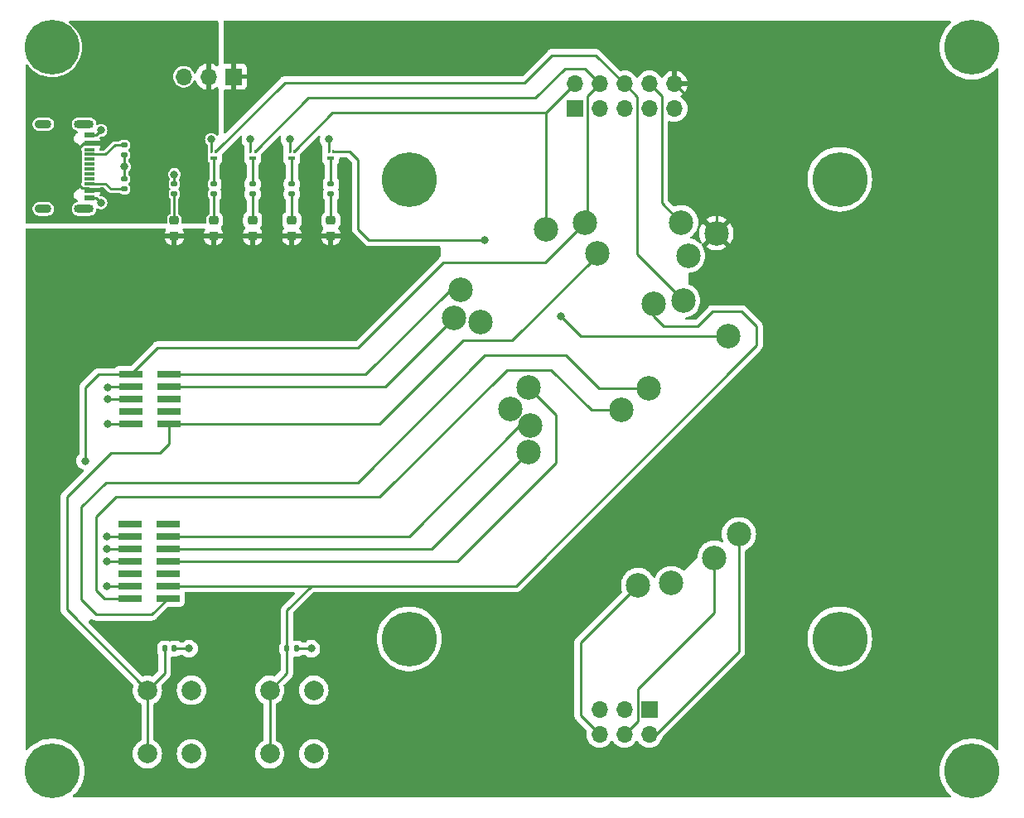
<source format=gbr>
%TF.GenerationSoftware,KiCad,Pcbnew,7.0.1*%
%TF.CreationDate,2023-12-25T16:17:55+00:00*%
%TF.ProjectId,watch_test_rig,77617463-685f-4746-9573-745f7269672e,rev?*%
%TF.SameCoordinates,Original*%
%TF.FileFunction,Copper,L1,Top*%
%TF.FilePolarity,Positive*%
%FSLAX46Y46*%
G04 Gerber Fmt 4.6, Leading zero omitted, Abs format (unit mm)*
G04 Created by KiCad (PCBNEW 7.0.1) date 2023-12-25 16:17:55*
%MOMM*%
%LPD*%
G01*
G04 APERTURE LIST*
G04 Aperture macros list*
%AMRoundRect*
0 Rectangle with rounded corners*
0 $1 Rounding radius*
0 $2 $3 $4 $5 $6 $7 $8 $9 X,Y pos of 4 corners*
0 Add a 4 corners polygon primitive as box body*
4,1,4,$2,$3,$4,$5,$6,$7,$8,$9,$2,$3,0*
0 Add four circle primitives for the rounded corners*
1,1,$1+$1,$2,$3*
1,1,$1+$1,$4,$5*
1,1,$1+$1,$6,$7*
1,1,$1+$1,$8,$9*
0 Add four rect primitives between the rounded corners*
20,1,$1+$1,$2,$3,$4,$5,0*
20,1,$1+$1,$4,$5,$6,$7,0*
20,1,$1+$1,$6,$7,$8,$9,0*
20,1,$1+$1,$8,$9,$2,$3,0*%
G04 Aperture macros list end*
%TA.AperFunction,ComponentPad*%
%ADD10O,1.700000X1.700000*%
%TD*%
%TA.AperFunction,ComponentPad*%
%ADD11R,1.700000X1.700000*%
%TD*%
%TA.AperFunction,SMDPad,CuDef*%
%ADD12RoundRect,0.218750X-0.256250X0.218750X-0.256250X-0.218750X0.256250X-0.218750X0.256250X0.218750X0*%
%TD*%
%TA.AperFunction,ComponentPad*%
%ADD13C,2.000000*%
%TD*%
%TA.AperFunction,SMDPad,CuDef*%
%ADD14RoundRect,0.140000X0.140000X0.170000X-0.140000X0.170000X-0.140000X-0.170000X0.140000X-0.170000X0*%
%TD*%
%TA.AperFunction,SMDPad,CuDef*%
%ADD15RoundRect,0.135000X0.185000X-0.135000X0.185000X0.135000X-0.185000X0.135000X-0.185000X-0.135000X0*%
%TD*%
%TA.AperFunction,ComponentPad*%
%ADD16C,3.600000*%
%TD*%
%TA.AperFunction,ConnectorPad*%
%ADD17C,5.600000*%
%TD*%
%TA.AperFunction,ComponentPad*%
%ADD18C,2.500000*%
%TD*%
%TA.AperFunction,SMDPad,CuDef*%
%ADD19R,0.250000X0.400000*%
%TD*%
%TA.AperFunction,SMDPad,CuDef*%
%ADD20R,0.700000X0.400000*%
%TD*%
%TA.AperFunction,SMDPad,CuDef*%
%ADD21R,2.400000X0.740000*%
%TD*%
%TA.AperFunction,SMDPad,CuDef*%
%ADD22RoundRect,0.135000X-0.185000X0.135000X-0.185000X-0.135000X0.185000X-0.135000X0.185000X0.135000X0*%
%TD*%
%TA.AperFunction,SMDPad,CuDef*%
%ADD23R,1.140000X0.600000*%
%TD*%
%TA.AperFunction,SMDPad,CuDef*%
%ADD24R,1.140000X0.300000*%
%TD*%
%TA.AperFunction,ComponentPad*%
%ADD25O,2.000000X0.900000*%
%TD*%
%TA.AperFunction,ComponentPad*%
%ADD26O,1.700000X0.900000*%
%TD*%
%TA.AperFunction,ViaPad*%
%ADD27C,0.800000*%
%TD*%
%TA.AperFunction,Conductor*%
%ADD28C,0.250000*%
%TD*%
G04 APERTURE END LIST*
D10*
%TO.P,J106,10,Pin_10*%
%TO.N,VBUS*%
X181585000Y-61735000D03*
%TO.P,J106,9,Pin_9*%
%TO.N,GND*%
X181585000Y-64275000D03*
%TO.P,J106,8,Pin_8*%
%TO.N,+VBAT*%
X179045000Y-61735000D03*
%TO.P,J106,7,Pin_7*%
%TO.N,GND*%
X179045000Y-64275000D03*
%TO.P,J106,6,Pin_6*%
%TO.N,+3V3*%
X176505000Y-61735000D03*
%TO.P,J106,5,Pin_5*%
%TO.N,GND*%
X176505000Y-64275000D03*
%TO.P,J106,4,Pin_4*%
%TO.N,+1V8*%
X173965000Y-61735000D03*
%TO.P,J106,3,Pin_3*%
%TO.N,GND*%
X173965000Y-64275000D03*
%TO.P,J106,2,Pin_2*%
%TO.N,+1V2*%
X171425000Y-61735000D03*
D11*
%TO.P,J106,1,Pin_1*%
%TO.N,GND*%
X171425000Y-64275000D03*
%TD*%
D12*
%TO.P,D104,1,K*%
%TO.N,/LED_VBUS_K*%
X130500000Y-75712500D03*
%TO.P,D104,2,A*%
%TO.N,VBUS*%
X130500000Y-77287500D03*
%TD*%
D13*
%TO.P,SW102,1,1*%
%TO.N,/NRF_RST*%
X127750000Y-130250000D03*
X127750000Y-123750000D03*
%TO.P,SW102,2,2*%
%TO.N,GND*%
X132250000Y-130250000D03*
X132250000Y-123750000D03*
%TD*%
D14*
%TO.P,C101,1*%
%TO.N,GND*%
X142980000Y-119500000D03*
%TO.P,C101,2*%
%TO.N,/STM32_RST*%
X142020000Y-119500000D03*
%TD*%
D15*
%TO.P,R104,1*%
%TO.N,/LED_VBUS_K*%
X130500000Y-73010000D03*
%TO.P,R104,2*%
%TO.N,GND*%
X130500000Y-71990000D03*
%TD*%
D16*
%TO.P,H108,1,1*%
%TO.N,GND*%
X198500000Y-118500000D03*
D17*
X198500000Y-118500000D03*
%TD*%
D12*
%TO.P,D102,2,A*%
%TO.N,VBUS*%
X138500000Y-77277500D03*
%TO.P,D102,1,K*%
%TO.N,/LED_1V8_K*%
X138500000Y-75702500D03*
%TD*%
D18*
%TO.P,PP116,1,1*%
%TO.N,/LED_STM32*%
X187100000Y-87500000D03*
%TD*%
%TO.P,PP107,1,1*%
%TO.N,/STM32_VCP_RX*%
X176200000Y-95100000D03*
%TD*%
D13*
%TO.P,SW101,1,1*%
%TO.N,/STM32_RST*%
X140250000Y-130250000D03*
X140250000Y-123750000D03*
%TO.P,SW101,2,2*%
%TO.N,GND*%
X144750000Y-130250000D03*
X144750000Y-123750000D03*
%TD*%
D19*
%TO.P,Q102,1,G*%
%TO.N,+1V8*%
X138725000Y-68650000D03*
%TO.P,Q102,2,S*%
%TO.N,GND*%
X138275000Y-68650000D03*
D20*
%TO.P,Q102,3,D*%
%TO.N,/LED_1V8_D*%
X138500000Y-69350000D03*
%TD*%
D19*
%TO.P,Q104,1,G*%
%TO.N,/LED_STM32*%
X146725000Y-68650000D03*
%TO.P,Q104,2,S*%
%TO.N,GND*%
X146275000Y-68650000D03*
D20*
%TO.P,Q104,3,D*%
%TO.N,/LED_STM32_D*%
X146500000Y-69350000D03*
%TD*%
D11*
%TO.P,SW103,1,A*%
%TO.N,VBUS*%
X136540000Y-61000000D03*
D10*
%TO.P,SW103,2,B*%
%TO.N,/VIN*%
X134000000Y-61000000D03*
%TO.P,SW103,3,C*%
%TO.N,unconnected-(SW103-C-Pad3)*%
X131460000Y-61000000D03*
%TD*%
D16*
%TO.P,H106,1,1*%
%TO.N,GND*%
X198500000Y-71500000D03*
D17*
X198500000Y-71500000D03*
%TD*%
D12*
%TO.P,D103,1,K*%
%TO.N,/LED_1V2_K*%
X142500000Y-75712500D03*
%TO.P,D103,2,A*%
%TO.N,VBUS*%
X142500000Y-77287500D03*
%TD*%
D18*
%TO.P,PP111,1,1*%
%TO.N,+VBAT*%
X182300000Y-75900000D03*
%TD*%
D14*
%TO.P,C102,1*%
%TO.N,GND*%
X130480000Y-119500000D03*
%TO.P,C102,2*%
%TO.N,/NRF_RST*%
X129520000Y-119500000D03*
%TD*%
D18*
%TO.P,PP110,1,1*%
%TO.N,VBUS*%
X185900000Y-77000000D03*
%TD*%
D16*
%TO.P,H104,1,1*%
%TO.N,GND*%
X118000000Y-58000000D03*
D17*
X118000000Y-58000000D03*
%TD*%
D16*
%TO.P,H102,1,1*%
%TO.N,GND*%
X212000000Y-132000000D03*
D17*
X212000000Y-132000000D03*
%TD*%
D15*
%TO.P,R102,1*%
%TO.N,/LED_1V8_K*%
X138500000Y-73010000D03*
%TO.P,R102,2*%
%TO.N,/LED_1V8_D*%
X138500000Y-71990000D03*
%TD*%
D18*
%TO.P,PP112,1,1*%
%TO.N,GND*%
X183000000Y-79300000D03*
%TD*%
D21*
%TO.P,J101,1,RES*%
%TO.N,unconnected-(J101-RES-Pad1)*%
X125950000Y-106730000D03*
%TO.P,J101,2,RES*%
%TO.N,unconnected-(J101-RES-Pad2)*%
X129850000Y-106730000D03*
%TO.P,J101,3,VCC*%
%TO.N,+1V8*%
X125950000Y-108000000D03*
%TO.P,J101,4,JTMS/SWDIO*%
%TO.N,/STM32_SWDIO*%
X129850000Y-108000000D03*
%TO.P,J101,5,GND*%
%TO.N,GND*%
X125950000Y-109270000D03*
%TO.P,J101,6,JCLK/SWCLK*%
%TO.N,/STM32_SWCLK*%
X129850000Y-109270000D03*
%TO.P,J101,7,GND*%
%TO.N,GND*%
X125950000Y-110540000D03*
%TO.P,J101,8,JTDO/SWO*%
%TO.N,/STM32_SWO*%
X129850000Y-110540000D03*
%TO.P,J101,9,JRCLK*%
%TO.N,unconnected-(J101-JRCLK-Pad9)*%
X125950000Y-111810000D03*
%TO.P,J101,10,JTDI/NC*%
%TO.N,unconnected-(J101-JTDI{slash}NC-Pad10)*%
X129850000Y-111810000D03*
%TO.P,J101,11,GNDDETECT*%
%TO.N,GND*%
X125950000Y-113080000D03*
%TO.P,J101,12,NRST*%
%TO.N,/STM32_RST*%
X129850000Y-113080000D03*
%TO.P,J101,13,VCP_RX*%
%TO.N,/STM32_VCP_RX*%
X125950000Y-114350000D03*
%TO.P,J101,14,VCP_TX*%
%TO.N,/STM32_VCP_TX*%
X129850000Y-114350000D03*
%TD*%
D18*
%TO.P,PP114,1,1*%
%TO.N,GND*%
X164800000Y-95000000D03*
%TD*%
D22*
%TO.P,R107,2*%
%TO.N,GND*%
X125400000Y-69000000D03*
%TO.P,R107,1*%
%TO.N,/CC1*%
X125400000Y-67980000D03*
%TD*%
D11*
%TO.P,J105,1,Pin_1*%
%TO.N,GND*%
X179025000Y-125725000D03*
D10*
%TO.P,J105,2,Pin_2*%
%TO.N,/RF*%
X179025000Y-128265000D03*
%TO.P,J105,3,Pin_3*%
%TO.N,GND*%
X176485000Y-125725000D03*
%TO.P,J105,4,Pin_4*%
%TO.N,/SIGNAL_ENVELOPE*%
X176485000Y-128265000D03*
%TO.P,J105,5,Pin_5*%
%TO.N,GND*%
X173945000Y-125725000D03*
%TO.P,J105,6,Pin_6*%
%TO.N,/RF_IN*%
X173945000Y-128265000D03*
%TD*%
D12*
%TO.P,D101,1,K*%
%TO.N,/LED_3V3_K*%
X134500000Y-75712500D03*
%TO.P,D101,2,A*%
%TO.N,VBUS*%
X134500000Y-77287500D03*
%TD*%
D18*
%TO.P,PP119,1,1*%
%TO.N,+1V2*%
X168500000Y-76600000D03*
%TD*%
D16*
%TO.P,H103,1,1*%
%TO.N,GND*%
X118000000Y-132000000D03*
D17*
X118000000Y-132000000D03*
%TD*%
D18*
%TO.P,PP122,1,1*%
%TO.N,GND*%
X181300000Y-112800000D03*
%TD*%
D21*
%TO.P,J102,1,VCC*%
%TO.N,+1V8*%
X126050000Y-91460000D03*
%TO.P,J102,2,JTMS/SWDIO*%
%TO.N,/NRF_SWDIO*%
X129950000Y-91460000D03*
%TO.P,J102,3,GND*%
%TO.N,GND*%
X126050000Y-92730000D03*
%TO.P,J102,4,JCLK/SWCLK*%
%TO.N,/NRF_SWCLK*%
X129950000Y-92730000D03*
%TO.P,J102,5,GND*%
%TO.N,GND*%
X126050000Y-94000000D03*
%TO.P,J102,6,JTDO/SWO*%
%TO.N,unconnected-(J102-JTDO{slash}SWO-Pad6)*%
X129950000Y-94000000D03*
%TO.P,J102,7,JRCLK*%
%TO.N,unconnected-(J102-JRCLK-Pad7)*%
X126050000Y-95270000D03*
%TO.P,J102,8,JTDI/NC*%
%TO.N,unconnected-(J102-JTDI{slash}NC-Pad8)*%
X129950000Y-95270000D03*
%TO.P,J102,9,GNDDETECT*%
%TO.N,GND*%
X126050000Y-96540000D03*
%TO.P,J102,10,NRST*%
%TO.N,/NRF_RST*%
X129950000Y-96540000D03*
%TD*%
D16*
%TO.P,H107,1,1*%
%TO.N,GND*%
X154500000Y-118500000D03*
D17*
X154500000Y-118500000D03*
%TD*%
D18*
%TO.P,PP108,1,1*%
%TO.N,/NRF_SWDIO*%
X159800000Y-82800000D03*
%TD*%
D15*
%TO.P,R105,1*%
%TO.N,/LED_STM32_K*%
X146500000Y-73010000D03*
%TO.P,R105,2*%
%TO.N,/LED_STM32_D*%
X146500000Y-71990000D03*
%TD*%
%TO.P,R106,2*%
%TO.N,GND*%
X125400000Y-71490000D03*
%TO.P,R106,1*%
%TO.N,/CC2*%
X125400000Y-72510000D03*
%TD*%
%TO.P,R101,1*%
%TO.N,/LED_3V3_K*%
X134500000Y-73010000D03*
%TO.P,R101,2*%
%TO.N,/LED_3V3_D*%
X134500000Y-71990000D03*
%TD*%
D18*
%TO.P,PP120,1,1*%
%TO.N,/SIGNAL_ENVELOPE*%
X185700000Y-110200000D03*
%TD*%
D19*
%TO.P,Q103,1,G*%
%TO.N,+1V2*%
X142725000Y-68650000D03*
%TO.P,Q103,2,S*%
%TO.N,GND*%
X142275000Y-68650000D03*
D20*
%TO.P,Q103,3,D*%
%TO.N,/LED_1V2_D*%
X142500000Y-69350000D03*
%TD*%
D18*
%TO.P,PP113,1,1*%
%TO.N,GND*%
X161800000Y-86100000D03*
%TD*%
D12*
%TO.P,D105,2,A*%
%TO.N,VBUS*%
X146500000Y-77287500D03*
%TO.P,D105,1,K*%
%TO.N,/LED_STM32_K*%
X146500000Y-75712500D03*
%TD*%
D18*
%TO.P,PP118,1,1*%
%TO.N,+1V8*%
X172500000Y-75900000D03*
%TD*%
%TO.P,PP105,1,1*%
%TO.N,/STM32_VCP_TX*%
X179000000Y-92900000D03*
%TD*%
%TO.P,PP101,1,1*%
%TO.N,/STM32_SWDIO*%
X166900000Y-96700000D03*
%TD*%
%TO.P,PP115,1,1*%
%TO.N,+3V3*%
X182500000Y-83900000D03*
%TD*%
D16*
%TO.P,H105,1,1*%
%TO.N,GND*%
X154500000Y-71500000D03*
D17*
X154500000Y-71500000D03*
%TD*%
D18*
%TO.P,PP102,1,1*%
%TO.N,/STM32_SWCLK*%
X166700000Y-99400000D03*
%TD*%
%TO.P,PP106,1,1*%
%TO.N,/NRF_SWCLK*%
X159100000Y-85700000D03*
%TD*%
%TO.P,PP121,1,1*%
%TO.N,/RF*%
X188200000Y-107800000D03*
%TD*%
D23*
%TO.P,J103,A1_B12,GND*%
%TO.N,GND*%
X121850000Y-67000000D03*
%TO.P,J103,A4_B9,VBUS*%
%TO.N,/VIN*%
X121850000Y-67800000D03*
D24*
%TO.P,J103,A5,CC1*%
%TO.N,/CC1*%
X121850000Y-68950000D03*
%TO.P,J103,A6,DP1*%
%TO.N,unconnected-(J103-DP1-PadA6)*%
X121850000Y-69950000D03*
%TO.P,J103,A7,DN1*%
%TO.N,unconnected-(J103-DN1-PadA7)*%
X121850000Y-70450000D03*
%TO.P,J103,A8,SBU1*%
%TO.N,unconnected-(J103-SBU1-PadA8)*%
X121850000Y-71450000D03*
D23*
%TO.P,J103,B1_A12,GND*%
%TO.N,GND*%
X121850000Y-73400000D03*
%TO.P,J103,B4_A9,VBUS*%
%TO.N,/VIN*%
X121850000Y-72600000D03*
D24*
%TO.P,J103,B5,CC2*%
%TO.N,/CC2*%
X121850000Y-71950000D03*
%TO.P,J103,B6,DP2*%
%TO.N,unconnected-(J103-DP2-PadB6)*%
X121850000Y-70950000D03*
%TO.P,J103,B7,DN2*%
%TO.N,unconnected-(J103-DN2-PadB7)*%
X121850000Y-69450000D03*
%TO.P,J103,B8,SBU2*%
%TO.N,unconnected-(J103-SBU2-PadB8)*%
X121850000Y-68450000D03*
D25*
%TO.P,J103,S1,SHIELD*%
%TO.N,unconnected-(J103-SHIELD-PadS1)*%
X121270000Y-65875000D03*
%TO.P,J103,S2,SHIELD*%
%TO.N,unconnected-(J103-SHIELD-PadS2)*%
X121270000Y-74525000D03*
D26*
%TO.P,J103,S3,SHIELD*%
%TO.N,unconnected-(J103-SHIELD-PadS3)*%
X117100000Y-65875000D03*
%TO.P,J103,S4,SHIELD*%
%TO.N,unconnected-(J103-SHIELD-PadS4)*%
X117100000Y-74525000D03*
%TD*%
D16*
%TO.P,H101,1,1*%
%TO.N,GND*%
X212000000Y-58000000D03*
D17*
X212000000Y-58000000D03*
%TD*%
D18*
%TO.P,PP104,1,1*%
%TO.N,/STM32_RST*%
X179500000Y-84200000D03*
%TD*%
%TO.P,PP117,1,1*%
%TO.N,/RF_IN*%
X177900000Y-113000000D03*
%TD*%
%TO.P,PP103,1,1*%
%TO.N,/STM32_SWO*%
X166700000Y-92800000D03*
%TD*%
%TO.P,PP109,1,1*%
%TO.N,/NRF_RST*%
X173700000Y-79100000D03*
%TD*%
D15*
%TO.P,R103,1*%
%TO.N,/LED_1V2_K*%
X142500000Y-73010000D03*
%TO.P,R103,2*%
%TO.N,/LED_1V2_D*%
X142500000Y-71990000D03*
%TD*%
D19*
%TO.P,Q101,1,G*%
%TO.N,+3V3*%
X134725000Y-68650000D03*
%TO.P,Q101,2,S*%
%TO.N,GND*%
X134275000Y-68650000D03*
D20*
%TO.P,Q101,3,D*%
%TO.N,/LED_3V3_D*%
X134500000Y-69350000D03*
%TD*%
D27*
%TO.N,GND*%
X123000000Y-73900000D03*
X123000000Y-66500000D03*
%TO.N,+1V8*%
X121400000Y-100300000D03*
X123600000Y-108000000D03*
%TO.N,/LED_STM32*%
X162200000Y-77700000D03*
X170000000Y-85500000D03*
%TO.N,GND*%
X123710000Y-96540000D03*
X123700000Y-92750000D03*
X123700000Y-94000000D03*
X123600000Y-109270000D03*
X123600000Y-110540000D03*
X123600000Y-113080000D03*
X132000000Y-119500000D03*
X144500000Y-119500000D03*
X146275000Y-67425000D03*
X142275000Y-67425000D03*
X138275000Y-67425000D03*
X134275000Y-67425000D03*
X130500000Y-71000000D03*
X125400000Y-70200000D03*
%TD*%
D28*
%TO.N,+1V8*%
X168400000Y-80000000D02*
X172500000Y-75900000D01*
X158000000Y-80000000D02*
X168400000Y-80000000D01*
X149300000Y-88700000D02*
X158000000Y-80000000D01*
X128810000Y-88700000D02*
X149300000Y-88700000D01*
X126050000Y-91460000D02*
X128810000Y-88700000D01*
%TO.N,/LED_STM32*%
X172000000Y-87500000D02*
X170000000Y-85500000D01*
%TO.N,+1V2*%
X168460000Y-64700000D02*
X171425000Y-61735000D01*
X146675000Y-64700000D02*
X168460000Y-64700000D01*
X142725000Y-68650000D02*
X146675000Y-64700000D01*
%TO.N,/VIN*%
X121244594Y-67800000D02*
X121850000Y-67800000D01*
X121069594Y-72425000D02*
X120800000Y-72155406D01*
X121675000Y-72425000D02*
X121069594Y-72425000D01*
X121850000Y-72600000D02*
X121675000Y-72425000D01*
X120800000Y-72155406D02*
X120800000Y-68244594D01*
X120800000Y-68244594D02*
X121244594Y-67800000D01*
%TO.N,GND*%
X122500000Y-73400000D02*
X121850000Y-73400000D01*
X123000000Y-73900000D02*
X122500000Y-73400000D01*
X122500000Y-67000000D02*
X123000000Y-66500000D01*
X121850000Y-67000000D02*
X122500000Y-67000000D01*
%TO.N,/STM32_RST*%
X184000000Y-86500000D02*
X180500000Y-86500000D01*
X180500000Y-86500000D02*
X179500000Y-85500000D01*
X188500000Y-85000000D02*
X185500000Y-85000000D01*
X179500000Y-85500000D02*
X179500000Y-84200000D01*
X190000000Y-86500000D02*
X188500000Y-85000000D01*
X190000000Y-88500000D02*
X190000000Y-86500000D01*
X165420000Y-113080000D02*
X190000000Y-88500000D01*
X144500000Y-113080000D02*
X165420000Y-113080000D01*
X185500000Y-85000000D02*
X184000000Y-86500000D01*
%TO.N,+1V8*%
X122740000Y-91460000D02*
X126050000Y-91460000D01*
X121400000Y-92800000D02*
X122740000Y-91460000D01*
X121400000Y-100300000D02*
X121400000Y-92800000D01*
X125950000Y-108000000D02*
X123600000Y-108000000D01*
%TO.N,/RF_IN*%
X172000000Y-118900000D02*
X177900000Y-113000000D01*
X172000000Y-126320000D02*
X172000000Y-118900000D01*
X173945000Y-128265000D02*
X172000000Y-126320000D01*
%TO.N,/RF*%
X179735000Y-128265000D02*
X188200000Y-119800000D01*
X179025000Y-128265000D02*
X179735000Y-128265000D01*
X188200000Y-119800000D02*
X188200000Y-107800000D01*
%TO.N,/SIGNAL_ENVELOPE*%
X177850000Y-126900000D02*
X177850000Y-123650000D01*
X176485000Y-128265000D02*
X177850000Y-126900000D01*
X177850000Y-123650000D02*
X185700000Y-115800000D01*
X185700000Y-115800000D02*
X185700000Y-110200000D01*
%TO.N,/NRF_RST*%
X129950000Y-98550000D02*
X129950000Y-96540000D01*
X129000000Y-99500000D02*
X129950000Y-98550000D01*
X124000000Y-99500000D02*
X129000000Y-99500000D01*
X119500000Y-115500000D02*
X119500000Y-104000000D01*
X119500000Y-104000000D02*
X124000000Y-99500000D01*
X127750000Y-123750000D02*
X119500000Y-115500000D01*
%TO.N,/LED_STM32*%
X148450000Y-68650000D02*
X146725000Y-68650000D01*
X149300000Y-69500000D02*
X148450000Y-68650000D01*
X162200000Y-77700000D02*
X150400000Y-77700000D01*
X150400000Y-77700000D02*
X149300000Y-76600000D01*
X149300000Y-76600000D02*
X149300000Y-69500000D01*
X172000000Y-87500000D02*
X187100000Y-87500000D01*
%TO.N,/NRF_RST*%
X173700000Y-79300000D02*
X173700000Y-79100000D01*
X160000000Y-88000000D02*
X165000000Y-88000000D01*
X165000000Y-88000000D02*
X173700000Y-79300000D01*
X151460000Y-96540000D02*
X160000000Y-88000000D01*
X129950000Y-96540000D02*
X151460000Y-96540000D01*
%TO.N,GND*%
X123700000Y-92750000D02*
X123720000Y-92730000D01*
X123720000Y-92730000D02*
X126050000Y-92730000D01*
X126050000Y-94000000D02*
X123700000Y-94000000D01*
X123710000Y-96540000D02*
X126050000Y-96540000D01*
X123600000Y-110540000D02*
X125950000Y-110540000D01*
X123600000Y-113080000D02*
X125950000Y-113080000D01*
X123600000Y-109270000D02*
X125950000Y-109270000D01*
%TO.N,/NRF_RST*%
X127750000Y-130250000D02*
X127750000Y-123750000D01*
%TO.N,/STM32_RST*%
X140250000Y-130250000D02*
X140250000Y-123750000D01*
%TO.N,GND*%
X130480000Y-119500000D02*
X132000000Y-119500000D01*
X142980000Y-119500000D02*
X144500000Y-119500000D01*
%TO.N,/STM32_RST*%
X142020000Y-115560000D02*
X144500000Y-113080000D01*
X142020000Y-119500000D02*
X142020000Y-115560000D01*
X129850000Y-113080000D02*
X144500000Y-113080000D01*
%TO.N,/NRF_RST*%
X129520000Y-121980000D02*
X129520000Y-119500000D01*
X127750000Y-123750000D02*
X129520000Y-121980000D01*
%TO.N,/STM32_RST*%
X142020000Y-121980000D02*
X142020000Y-119500000D01*
X140250000Y-123750000D02*
X142020000Y-121980000D01*
%TO.N,/STM32_VCP_TX*%
X173900000Y-92900000D02*
X179000000Y-92900000D01*
X170500000Y-89500000D02*
X173900000Y-92900000D01*
X123500000Y-102500000D02*
X149250000Y-102500000D01*
X162250000Y-89500000D02*
X170500000Y-89500000D01*
X121000000Y-105000000D02*
X123500000Y-102500000D01*
X149250000Y-102500000D02*
X162250000Y-89500000D01*
X121000000Y-114500000D02*
X121000000Y-105000000D01*
X128200000Y-116000000D02*
X122500000Y-116000000D01*
X129850000Y-114350000D02*
X128200000Y-116000000D01*
X122500000Y-116000000D02*
X121000000Y-114500000D01*
%TO.N,/STM32_SWO*%
X169500000Y-95600000D02*
X166700000Y-92800000D01*
X169500000Y-100500000D02*
X169500000Y-95600000D01*
X159460000Y-110540000D02*
X169500000Y-100500000D01*
X129850000Y-110540000D02*
X159460000Y-110540000D01*
%TO.N,/NRF_SWDIO*%
X150040000Y-91460000D02*
X129950000Y-91460000D01*
X158700000Y-82800000D02*
X150040000Y-91460000D01*
X159800000Y-82800000D02*
X158700000Y-82800000D01*
%TO.N,/STM32_VCP_RX*%
X122500000Y-106000000D02*
X122500000Y-113500000D01*
X122500000Y-113500000D02*
X123350000Y-114350000D01*
X124500000Y-104000000D02*
X122500000Y-106000000D01*
X151500000Y-104000000D02*
X124500000Y-104000000D01*
X169000000Y-91000000D02*
X164500000Y-91000000D01*
X173100000Y-95100000D02*
X169000000Y-91000000D01*
X123350000Y-114350000D02*
X125950000Y-114350000D01*
X176200000Y-95100000D02*
X173100000Y-95100000D01*
X164500000Y-91000000D02*
X151500000Y-104000000D01*
%TO.N,/STM32_SWCLK*%
X156830000Y-109270000D02*
X166700000Y-99400000D01*
X129850000Y-109270000D02*
X156830000Y-109270000D01*
%TO.N,/STM32_SWDIO*%
X165800000Y-96700000D02*
X166900000Y-96700000D01*
X154500000Y-108000000D02*
X165800000Y-96700000D01*
X129850000Y-108000000D02*
X154500000Y-108000000D01*
%TO.N,/NRF_SWCLK*%
X152070000Y-92730000D02*
X129950000Y-92730000D01*
X159100000Y-85700000D02*
X152070000Y-92730000D01*
%TO.N,+3V3*%
X141775000Y-61600000D02*
X134725000Y-68650000D01*
X166300000Y-61600000D02*
X141775000Y-61600000D01*
X169100000Y-58800000D02*
X166300000Y-61600000D01*
X173570000Y-58800000D02*
X169100000Y-58800000D01*
X176505000Y-61735000D02*
X173570000Y-58800000D01*
%TO.N,+1V8*%
X144187500Y-63187500D02*
X138725000Y-68650000D01*
X172430000Y-60200000D02*
X170400000Y-60200000D01*
X170400000Y-60200000D02*
X167412500Y-63187500D01*
X167412500Y-63187500D02*
X144187500Y-63187500D01*
X173965000Y-61735000D02*
X172430000Y-60200000D01*
X172700000Y-63000000D02*
X173965000Y-61735000D01*
X172700000Y-75700000D02*
X172700000Y-63000000D01*
X172500000Y-75900000D02*
X172700000Y-75700000D01*
%TO.N,+3V3*%
X177800000Y-63030000D02*
X176505000Y-61735000D01*
X177800000Y-79200000D02*
X177800000Y-63030000D01*
X182500000Y-83900000D02*
X177800000Y-79200000D01*
%TO.N,+VBAT*%
X180300000Y-62990000D02*
X179045000Y-61735000D01*
X180300000Y-73900000D02*
X180300000Y-62990000D01*
X182300000Y-75900000D02*
X180300000Y-73900000D01*
%TO.N,VBUS*%
X185900000Y-66050000D02*
X181585000Y-61735000D01*
X185900000Y-77000000D02*
X185900000Y-66050000D01*
%TO.N,+1V2*%
X168500000Y-64660000D02*
X171425000Y-61735000D01*
X168500000Y-76600000D02*
X168500000Y-64660000D01*
%TO.N,/LED_VBUS_K*%
X130500000Y-75712500D02*
X130500000Y-73010000D01*
%TO.N,/LED_3V3_K*%
X134500000Y-73010000D02*
X134500000Y-75712500D01*
%TO.N,/LED_1V8_K*%
X138500000Y-75702500D02*
X138500000Y-73010000D01*
%TO.N,/LED_1V2_K*%
X142500000Y-73010000D02*
X142500000Y-75712500D01*
%TO.N,/LED_STM32_K*%
X146500000Y-73010000D02*
X146500000Y-75712500D01*
%TO.N,/LED_STM32_D*%
X146500000Y-71990000D02*
X146500000Y-69350000D01*
%TO.N,/LED_1V2_D*%
X142500000Y-69350000D02*
X142500000Y-71990000D01*
%TO.N,/LED_1V8_D*%
X138500000Y-71990000D02*
X138500000Y-69350000D01*
%TO.N,/LED_3V3_D*%
X134500000Y-69350000D02*
X134500000Y-71990000D01*
%TO.N,GND*%
X146275000Y-67425000D02*
X146275000Y-68650000D01*
X142275000Y-67425000D02*
X142275000Y-68650000D01*
X138275000Y-67425000D02*
X138275000Y-68650000D01*
X134275000Y-67425000D02*
X134275000Y-68650000D01*
X130500000Y-71990000D02*
X130500000Y-71000000D01*
X125400000Y-69000000D02*
X125400000Y-70200000D01*
X125400000Y-71490000D02*
X125400000Y-70200000D01*
%TO.N,/CC1*%
X124420000Y-67980000D02*
X125400000Y-67980000D01*
X123450000Y-68950000D02*
X124420000Y-67980000D01*
X121850000Y-68950000D02*
X123450000Y-68950000D01*
%TO.N,/CC2*%
X124010000Y-72510000D02*
X125400000Y-72510000D01*
X123450000Y-71950000D02*
X124010000Y-72510000D01*
X121850000Y-71950000D02*
X123450000Y-71950000D01*
%TD*%
%TA.AperFunction,Conductor*%
%TO.N,VBUS*%
G36*
X209796167Y-55314322D02*
G01*
X209840377Y-55352706D01*
X209862047Y-55407095D01*
X209856348Y-55465364D01*
X209824550Y-55514523D01*
X209600332Y-55726913D01*
X209368636Y-55999686D01*
X209167786Y-56295919D01*
X209000146Y-56612118D01*
X208867674Y-56944598D01*
X208771930Y-57289440D01*
X208714027Y-57642635D01*
X208694651Y-57999999D01*
X208714027Y-58357364D01*
X208771930Y-58710559D01*
X208867674Y-59055401D01*
X209000146Y-59387881D01*
X209166593Y-59701829D01*
X209167789Y-59704085D01*
X209199444Y-59750773D01*
X209368636Y-60000313D01*
X209600332Y-60273086D01*
X209860161Y-60519210D01*
X210093389Y-60696505D01*
X210145081Y-60735800D01*
X210451747Y-60920315D01*
X210776565Y-61070591D01*
X211115726Y-61184868D01*
X211465254Y-61261805D01*
X211786151Y-61296704D01*
X211821051Y-61300500D01*
X211821052Y-61300500D01*
X212178948Y-61300500D01*
X212178949Y-61300500D01*
X212210730Y-61297043D01*
X212534746Y-61261805D01*
X212884274Y-61184868D01*
X213223435Y-61070591D01*
X213548253Y-60920315D01*
X213854919Y-60735800D01*
X214139837Y-60519211D01*
X214399668Y-60273086D01*
X214480991Y-60177344D01*
X214529603Y-60142427D01*
X214588907Y-60134347D01*
X214645087Y-60154987D01*
X214685055Y-60199537D01*
X214699500Y-60257620D01*
X214699500Y-129742380D01*
X214685055Y-129800463D01*
X214645087Y-129845013D01*
X214588907Y-129865653D01*
X214529603Y-129857573D01*
X214480992Y-129822656D01*
X214399667Y-129726912D01*
X214139838Y-129480789D01*
X213854918Y-129264199D01*
X213548250Y-129079683D01*
X213223439Y-128929411D01*
X213223440Y-128929411D01*
X213223435Y-128929409D01*
X212884274Y-128815132D01*
X212884273Y-128815131D01*
X212884271Y-128815131D01*
X212672189Y-128768448D01*
X212534746Y-128738195D01*
X212356846Y-128718847D01*
X212178949Y-128699500D01*
X212178948Y-128699500D01*
X211821052Y-128699500D01*
X211821051Y-128699500D01*
X211465254Y-128738195D01*
X211115728Y-128815131D01*
X210949412Y-128871170D01*
X210776565Y-128929409D01*
X210776562Y-128929410D01*
X210776560Y-128929411D01*
X210451749Y-129079683D01*
X210145081Y-129264199D01*
X209860161Y-129480789D01*
X209600332Y-129726913D01*
X209368636Y-129999686D01*
X209167786Y-130295919D01*
X209000146Y-130612118D01*
X208867674Y-130944598D01*
X208771930Y-131289440D01*
X208714027Y-131642635D01*
X208694651Y-131999999D01*
X208714027Y-132357364D01*
X208771930Y-132710559D01*
X208867674Y-133055401D01*
X209000146Y-133387881D01*
X209167786Y-133704080D01*
X209167789Y-133704085D01*
X209272793Y-133858955D01*
X209368636Y-134000313D01*
X209600332Y-134273086D01*
X209824550Y-134485477D01*
X209856348Y-134534636D01*
X209862047Y-134592905D01*
X209840377Y-134647294D01*
X209796167Y-134685678D01*
X209739275Y-134699500D01*
X120260725Y-134699500D01*
X120203833Y-134685678D01*
X120159623Y-134647294D01*
X120137953Y-134592905D01*
X120143652Y-134534636D01*
X120175450Y-134485477D01*
X120332186Y-134337008D01*
X120399668Y-134273086D01*
X120631365Y-134000311D01*
X120832211Y-133704085D01*
X120940171Y-133500452D01*
X120999853Y-133387881D01*
X121132325Y-133055401D01*
X121228069Y-132710559D01*
X121228068Y-132710559D01*
X121228071Y-132710552D01*
X121285972Y-132357371D01*
X121305348Y-132000000D01*
X121285972Y-131642629D01*
X121228071Y-131289448D01*
X121196235Y-131174785D01*
X121132325Y-130944598D01*
X120999853Y-130612118D01*
X120832213Y-130295919D01*
X120832211Y-130295915D01*
X120631365Y-129999689D01*
X120631363Y-129999686D01*
X120399667Y-129726913D01*
X120139838Y-129480789D01*
X119854918Y-129264199D01*
X119548250Y-129079683D01*
X119223439Y-128929411D01*
X119223440Y-128929411D01*
X119223435Y-128929409D01*
X118884274Y-128815132D01*
X118884273Y-128815131D01*
X118884271Y-128815131D01*
X118672189Y-128768448D01*
X118534746Y-128738195D01*
X118356846Y-128718847D01*
X118178949Y-128699500D01*
X118178948Y-128699500D01*
X117821052Y-128699500D01*
X117821051Y-128699500D01*
X117465254Y-128738195D01*
X117115728Y-128815131D01*
X116949412Y-128871170D01*
X116776565Y-128929409D01*
X116776562Y-128929410D01*
X116776560Y-128929411D01*
X116451749Y-129079683D01*
X116145081Y-129264199D01*
X115860161Y-129480789D01*
X115600332Y-129726912D01*
X115519008Y-129822656D01*
X115470397Y-129857573D01*
X115411093Y-129865653D01*
X115354913Y-129845013D01*
X115314945Y-129800463D01*
X115300500Y-129742380D01*
X115300500Y-77537500D01*
X129525001Y-77537500D01*
X129525001Y-77554143D01*
X129535056Y-77652582D01*
X129587906Y-77812073D01*
X129676114Y-77955081D01*
X129794918Y-78073885D01*
X129937926Y-78162093D01*
X130097416Y-78214943D01*
X130195857Y-78225000D01*
X130250000Y-78225000D01*
X130250000Y-77537500D01*
X130750000Y-77537500D01*
X130750000Y-78224999D01*
X130804143Y-78224999D01*
X130902582Y-78214943D01*
X131062073Y-78162093D01*
X131205081Y-78073885D01*
X131323885Y-77955081D01*
X131412093Y-77812073D01*
X131464943Y-77652583D01*
X131475000Y-77554143D01*
X131475000Y-77537500D01*
X133525001Y-77537500D01*
X133525001Y-77554143D01*
X133535056Y-77652582D01*
X133587906Y-77812073D01*
X133676114Y-77955081D01*
X133794918Y-78073885D01*
X133937926Y-78162093D01*
X134097416Y-78214943D01*
X134195857Y-78225000D01*
X134250000Y-78225000D01*
X134250000Y-77537500D01*
X134750000Y-77537500D01*
X134750000Y-78224999D01*
X134804143Y-78224999D01*
X134902582Y-78214943D01*
X135062073Y-78162093D01*
X135205081Y-78073885D01*
X135323885Y-77955081D01*
X135412093Y-77812073D01*
X135464943Y-77652583D01*
X135475000Y-77554143D01*
X135475000Y-77537500D01*
X134750000Y-77537500D01*
X134250000Y-77537500D01*
X133525001Y-77537500D01*
X131475000Y-77537500D01*
X130750000Y-77537500D01*
X130250000Y-77537500D01*
X129525001Y-77537500D01*
X115300500Y-77537500D01*
X115300500Y-77527500D01*
X137525001Y-77527500D01*
X137525001Y-77544143D01*
X137535056Y-77642582D01*
X137587906Y-77802073D01*
X137676114Y-77945081D01*
X137794918Y-78063885D01*
X137937926Y-78152093D01*
X138097416Y-78204943D01*
X138195857Y-78215000D01*
X138250000Y-78215000D01*
X138250000Y-77527500D01*
X138750000Y-77527500D01*
X138750000Y-78214999D01*
X138804143Y-78214999D01*
X138902582Y-78204943D01*
X139062073Y-78152093D01*
X139205081Y-78063885D01*
X139323885Y-77945081D01*
X139412093Y-77802073D01*
X139464943Y-77642583D01*
X139475000Y-77544143D01*
X139475000Y-77537500D01*
X141525001Y-77537500D01*
X141525001Y-77554143D01*
X141535056Y-77652582D01*
X141587906Y-77812073D01*
X141676114Y-77955081D01*
X141794918Y-78073885D01*
X141937926Y-78162093D01*
X142097416Y-78214943D01*
X142195857Y-78225000D01*
X142250000Y-78225000D01*
X142250000Y-77537500D01*
X142750000Y-77537500D01*
X142750000Y-78224999D01*
X142804143Y-78224999D01*
X142902582Y-78214943D01*
X143062073Y-78162093D01*
X143205081Y-78073885D01*
X143323885Y-77955081D01*
X143412093Y-77812073D01*
X143464943Y-77652583D01*
X143475000Y-77554143D01*
X143475000Y-77537500D01*
X145525001Y-77537500D01*
X145525001Y-77554143D01*
X145535056Y-77652582D01*
X145587906Y-77812073D01*
X145676114Y-77955081D01*
X145794918Y-78073885D01*
X145937926Y-78162093D01*
X146097416Y-78214943D01*
X146195857Y-78225000D01*
X146250000Y-78225000D01*
X146250000Y-77537500D01*
X146750000Y-77537500D01*
X146750000Y-78224999D01*
X146804143Y-78224999D01*
X146902582Y-78214943D01*
X147062073Y-78162093D01*
X147205081Y-78073885D01*
X147323885Y-77955081D01*
X147412093Y-77812073D01*
X147464943Y-77652583D01*
X147475000Y-77554143D01*
X147475000Y-77537500D01*
X146750000Y-77537500D01*
X146250000Y-77537500D01*
X145525001Y-77537500D01*
X143475000Y-77537500D01*
X142750000Y-77537500D01*
X142250000Y-77537500D01*
X141525001Y-77537500D01*
X139475000Y-77537500D01*
X139475000Y-77527500D01*
X138750000Y-77527500D01*
X138250000Y-77527500D01*
X137525001Y-77527500D01*
X115300500Y-77527500D01*
X115300500Y-76629500D01*
X115317113Y-76567500D01*
X115362500Y-76522113D01*
X115424500Y-76505500D01*
X129524514Y-76505500D01*
X129587293Y-76522567D01*
X129632791Y-76569068D01*
X129648484Y-76632205D01*
X129630053Y-76694597D01*
X129587906Y-76762926D01*
X129535056Y-76922416D01*
X129525000Y-77020857D01*
X129525000Y-77037500D01*
X131474999Y-77037500D01*
X131474999Y-77020857D01*
X131464943Y-76922417D01*
X131412093Y-76762926D01*
X131369947Y-76694597D01*
X131351516Y-76632205D01*
X131367209Y-76569068D01*
X131412707Y-76522567D01*
X131475486Y-76505500D01*
X133524514Y-76505500D01*
X133587293Y-76522567D01*
X133632791Y-76569068D01*
X133648484Y-76632205D01*
X133630053Y-76694597D01*
X133587906Y-76762926D01*
X133535056Y-76922416D01*
X133525000Y-77020857D01*
X133525000Y-77037500D01*
X135474999Y-77037500D01*
X135474999Y-77020857D01*
X135464943Y-76922417D01*
X135412093Y-76762926D01*
X135323885Y-76619918D01*
X135292000Y-76588033D01*
X135259906Y-76532445D01*
X135259907Y-76468257D01*
X135292000Y-76412671D01*
X135324281Y-76380391D01*
X135412549Y-76237287D01*
X135465436Y-76077685D01*
X135475500Y-75979174D01*
X135475500Y-75445826D01*
X135465436Y-75347315D01*
X135462122Y-75337315D01*
X135412549Y-75187714D01*
X135412549Y-75187713D01*
X135324281Y-75044609D01*
X135324280Y-75044608D01*
X135324279Y-75044606D01*
X135205392Y-74925719D01*
X135184402Y-74912772D01*
X135141222Y-74867665D01*
X135125500Y-74807234D01*
X135125500Y-73654595D01*
X135134939Y-73607142D01*
X135161819Y-73566914D01*
X135161818Y-73566914D01*
X135191135Y-73537598D01*
X135272869Y-73399393D01*
X135317665Y-73245204D01*
X135320500Y-73209181D01*
X135320499Y-72810820D01*
X135317665Y-72774796D01*
X135272869Y-72620607D01*
X135272869Y-72620606D01*
X135238872Y-72563122D01*
X135221603Y-72500000D01*
X135238872Y-72436878D01*
X135272869Y-72379393D01*
X135317664Y-72225206D01*
X135317665Y-72225204D01*
X135320500Y-72189181D01*
X135320499Y-71790820D01*
X135317665Y-71754796D01*
X135272869Y-71600607D01*
X135191135Y-71462402D01*
X135161819Y-71433085D01*
X135134939Y-71392858D01*
X135125500Y-71345405D01*
X135125500Y-70031035D01*
X135138616Y-69975530D01*
X135175190Y-69931768D01*
X135182867Y-69926020D01*
X135207546Y-69907546D01*
X135293796Y-69792331D01*
X135344091Y-69657483D01*
X135350500Y-69597873D01*
X135350499Y-69102128D01*
X135344091Y-69042517D01*
X135344089Y-69042513D01*
X135343859Y-69040367D01*
X135336577Y-68999995D01*
X135343858Y-68959642D01*
X135344090Y-68957485D01*
X135344091Y-68957483D01*
X135344472Y-68953934D01*
X135355904Y-68913673D01*
X135380078Y-68879510D01*
X137200499Y-67059089D01*
X137257340Y-67026668D01*
X137322772Y-67027695D01*
X137378570Y-67061888D01*
X137409191Y-67119721D01*
X137406109Y-67185089D01*
X137389327Y-67236740D01*
X137389326Y-67236744D01*
X137380482Y-67320891D01*
X137369540Y-67425000D01*
X137389326Y-67613257D01*
X137447820Y-67793284D01*
X137542464Y-67957213D01*
X137542467Y-67957216D01*
X137617652Y-68040717D01*
X137641264Y-68079249D01*
X137649500Y-68123687D01*
X137649500Y-68897869D01*
X137656141Y-68959644D01*
X137663422Y-68999998D01*
X137656141Y-69040359D01*
X137655908Y-69042517D01*
X137655909Y-69042517D01*
X137649792Y-69099416D01*
X137649500Y-69102130D01*
X137649500Y-69597869D01*
X137655909Y-69657483D01*
X137706204Y-69792331D01*
X137792454Y-69907546D01*
X137792455Y-69907547D01*
X137824810Y-69931768D01*
X137861384Y-69975530D01*
X137874500Y-70031035D01*
X137874500Y-71345405D01*
X137865061Y-71392858D01*
X137838181Y-71433086D01*
X137808865Y-71462401D01*
X137727130Y-71600607D01*
X137682335Y-71754793D01*
X137679500Y-71790821D01*
X137679500Y-72189179D01*
X137682335Y-72225205D01*
X137727130Y-72379392D01*
X137761128Y-72436881D01*
X137778395Y-72500000D01*
X137761128Y-72563119D01*
X137727130Y-72620607D01*
X137682335Y-72774793D01*
X137679500Y-72810821D01*
X137679500Y-73209179D01*
X137682335Y-73245205D01*
X137727130Y-73399392D01*
X137808865Y-73537598D01*
X137838181Y-73566914D01*
X137865061Y-73607142D01*
X137874500Y-73654595D01*
X137874500Y-74797234D01*
X137858778Y-74857665D01*
X137815598Y-74902772D01*
X137794607Y-74915719D01*
X137675720Y-75034606D01*
X137587450Y-75177714D01*
X137534563Y-75337314D01*
X137524500Y-75435826D01*
X137524500Y-75969174D01*
X137534563Y-76067685D01*
X137587450Y-76227285D01*
X137675720Y-76370393D01*
X137707998Y-76402670D01*
X137740092Y-76458257D01*
X137740093Y-76522444D01*
X137708000Y-76578032D01*
X137676115Y-76609917D01*
X137587906Y-76752926D01*
X137535056Y-76912416D01*
X137525000Y-77010857D01*
X137525000Y-77027500D01*
X139474999Y-77027500D01*
X139474999Y-77010857D01*
X139464943Y-76912417D01*
X139412093Y-76752926D01*
X139323885Y-76609918D01*
X139292000Y-76578033D01*
X139259906Y-76522445D01*
X139259907Y-76458257D01*
X139292000Y-76402671D01*
X139324281Y-76370391D01*
X139412549Y-76227287D01*
X139465436Y-76067685D01*
X139475500Y-75969174D01*
X139475500Y-75435826D01*
X139472455Y-75406019D01*
X139465436Y-75337314D01*
X139429069Y-75227567D01*
X139412549Y-75177713D01*
X139324281Y-75034609D01*
X139324280Y-75034608D01*
X139324279Y-75034606D01*
X139205392Y-74915719D01*
X139184402Y-74902772D01*
X139141222Y-74857665D01*
X139125500Y-74797234D01*
X139125500Y-73654595D01*
X139134939Y-73607142D01*
X139161819Y-73566914D01*
X139161818Y-73566914D01*
X139191135Y-73537598D01*
X139272869Y-73399393D01*
X139317665Y-73245204D01*
X139320500Y-73209181D01*
X139320499Y-72810820D01*
X139317665Y-72774796D01*
X139272869Y-72620607D01*
X139272869Y-72620606D01*
X139238872Y-72563122D01*
X139221603Y-72500000D01*
X139238872Y-72436878D01*
X139272869Y-72379393D01*
X139317664Y-72225206D01*
X139317665Y-72225204D01*
X139320500Y-72189181D01*
X139320499Y-71790820D01*
X139317665Y-71754796D01*
X139272869Y-71600607D01*
X139191135Y-71462402D01*
X139161819Y-71433085D01*
X139134939Y-71392858D01*
X139125500Y-71345405D01*
X139125500Y-70031035D01*
X139138616Y-69975530D01*
X139175190Y-69931768D01*
X139182867Y-69926020D01*
X139207546Y-69907546D01*
X139293796Y-69792331D01*
X139344091Y-69657483D01*
X139350500Y-69597873D01*
X139350499Y-69102128D01*
X139344091Y-69042517D01*
X139344089Y-69042513D01*
X139343859Y-69040367D01*
X139336577Y-68999995D01*
X139343858Y-68959642D01*
X139344090Y-68957485D01*
X139344091Y-68957483D01*
X139344472Y-68953934D01*
X139355904Y-68913673D01*
X139380078Y-68879510D01*
X141200497Y-67059091D01*
X141257340Y-67026669D01*
X141322773Y-67027696D01*
X141378570Y-67061889D01*
X141409192Y-67119723D01*
X141406109Y-67185090D01*
X141389326Y-67236740D01*
X141369540Y-67425000D01*
X141389326Y-67613257D01*
X141447820Y-67793284D01*
X141542464Y-67957213D01*
X141542467Y-67957216D01*
X141617652Y-68040717D01*
X141641264Y-68079249D01*
X141649500Y-68123687D01*
X141649500Y-68897869D01*
X141656141Y-68959644D01*
X141663422Y-68999998D01*
X141656141Y-69040359D01*
X141655908Y-69042517D01*
X141655909Y-69042517D01*
X141649792Y-69099416D01*
X141649500Y-69102130D01*
X141649500Y-69597869D01*
X141655909Y-69657483D01*
X141706204Y-69792331D01*
X141792454Y-69907546D01*
X141792455Y-69907547D01*
X141824810Y-69931768D01*
X141861384Y-69975530D01*
X141874500Y-70031035D01*
X141874500Y-71345405D01*
X141865061Y-71392858D01*
X141838181Y-71433086D01*
X141808865Y-71462401D01*
X141727130Y-71600607D01*
X141682335Y-71754793D01*
X141679500Y-71790821D01*
X141679500Y-72189179D01*
X141682335Y-72225205D01*
X141727130Y-72379392D01*
X141761128Y-72436881D01*
X141778395Y-72500000D01*
X141761128Y-72563119D01*
X141727130Y-72620607D01*
X141682335Y-72774793D01*
X141679500Y-72810821D01*
X141679500Y-73209179D01*
X141682335Y-73245205D01*
X141727130Y-73399392D01*
X141808865Y-73537598D01*
X141838181Y-73566914D01*
X141865061Y-73607142D01*
X141874500Y-73654595D01*
X141874500Y-74807234D01*
X141858778Y-74867665D01*
X141815598Y-74912772D01*
X141794607Y-74925719D01*
X141675720Y-75044606D01*
X141587450Y-75187714D01*
X141534563Y-75347314D01*
X141524500Y-75445826D01*
X141524500Y-75979174D01*
X141534563Y-76077685D01*
X141584137Y-76227287D01*
X141587451Y-76237287D01*
X141631585Y-76308839D01*
X141675720Y-76380393D01*
X141707998Y-76412670D01*
X141740092Y-76468257D01*
X141740093Y-76532444D01*
X141708000Y-76588032D01*
X141676115Y-76619917D01*
X141587906Y-76762926D01*
X141535056Y-76922416D01*
X141525000Y-77020857D01*
X141525000Y-77037500D01*
X143474999Y-77037500D01*
X143474999Y-77020857D01*
X143464943Y-76922417D01*
X143412093Y-76762926D01*
X143323885Y-76619918D01*
X143292000Y-76588033D01*
X143259906Y-76532445D01*
X143259907Y-76468257D01*
X143292000Y-76412671D01*
X143324281Y-76380391D01*
X143412549Y-76237287D01*
X143465436Y-76077685D01*
X143475500Y-75979174D01*
X143475500Y-75445826D01*
X143465436Y-75347315D01*
X143462122Y-75337315D01*
X143412549Y-75187714D01*
X143412549Y-75187713D01*
X143324281Y-75044609D01*
X143324280Y-75044608D01*
X143324279Y-75044606D01*
X143205392Y-74925719D01*
X143184402Y-74912772D01*
X143141222Y-74867665D01*
X143125500Y-74807234D01*
X143125500Y-73654595D01*
X143134939Y-73607142D01*
X143161819Y-73566914D01*
X143161818Y-73566914D01*
X143191135Y-73537598D01*
X143272869Y-73399393D01*
X143317665Y-73245204D01*
X143320500Y-73209181D01*
X143320499Y-72810820D01*
X143317665Y-72774796D01*
X143272869Y-72620607D01*
X143272869Y-72620606D01*
X143238872Y-72563122D01*
X143221603Y-72500000D01*
X143238872Y-72436878D01*
X143272869Y-72379393D01*
X143317664Y-72225206D01*
X143317665Y-72225204D01*
X143320500Y-72189181D01*
X143320499Y-71790820D01*
X143317665Y-71754796D01*
X143272869Y-71600607D01*
X143191135Y-71462402D01*
X143161819Y-71433085D01*
X143134939Y-71392858D01*
X143125500Y-71345405D01*
X143125500Y-70031035D01*
X143138616Y-69975530D01*
X143175190Y-69931768D01*
X143182867Y-69926020D01*
X143207546Y-69907546D01*
X143293796Y-69792331D01*
X143344091Y-69657483D01*
X143350500Y-69597873D01*
X143350499Y-69102128D01*
X143344091Y-69042517D01*
X143344089Y-69042513D01*
X143343859Y-69040367D01*
X143336577Y-68999995D01*
X143343858Y-68959642D01*
X143344090Y-68957485D01*
X143344091Y-68957483D01*
X143344472Y-68953934D01*
X143355904Y-68913673D01*
X143380078Y-68879510D01*
X145200498Y-67059091D01*
X145257340Y-67026669D01*
X145322773Y-67027696D01*
X145378570Y-67061889D01*
X145409192Y-67119723D01*
X145406109Y-67185090D01*
X145389326Y-67236740D01*
X145369540Y-67425000D01*
X145389326Y-67613257D01*
X145447820Y-67793284D01*
X145542464Y-67957213D01*
X145542467Y-67957216D01*
X145617652Y-68040717D01*
X145641264Y-68079249D01*
X145649500Y-68123687D01*
X145649500Y-68897869D01*
X145656141Y-68959644D01*
X145663422Y-68999998D01*
X145656141Y-69040359D01*
X145655908Y-69042517D01*
X145655909Y-69042517D01*
X145649792Y-69099416D01*
X145649500Y-69102130D01*
X145649500Y-69597869D01*
X145655909Y-69657483D01*
X145706204Y-69792331D01*
X145792454Y-69907546D01*
X145792455Y-69907547D01*
X145824810Y-69931768D01*
X145861384Y-69975530D01*
X145874500Y-70031035D01*
X145874500Y-71345405D01*
X145865061Y-71392858D01*
X145838181Y-71433086D01*
X145808865Y-71462401D01*
X145727130Y-71600607D01*
X145682335Y-71754793D01*
X145679500Y-71790821D01*
X145679500Y-72189179D01*
X145682335Y-72225205D01*
X145727130Y-72379392D01*
X145761128Y-72436881D01*
X145778395Y-72500000D01*
X145761128Y-72563119D01*
X145727130Y-72620607D01*
X145682335Y-72774793D01*
X145679500Y-72810821D01*
X145679500Y-73209179D01*
X145682335Y-73245205D01*
X145727130Y-73399392D01*
X145808865Y-73537598D01*
X145838181Y-73566914D01*
X145865061Y-73607142D01*
X145874500Y-73654595D01*
X145874500Y-74807234D01*
X145858778Y-74867665D01*
X145815598Y-74912772D01*
X145794607Y-74925719D01*
X145675720Y-75044606D01*
X145587450Y-75187714D01*
X145534563Y-75347314D01*
X145524500Y-75445826D01*
X145524500Y-75979174D01*
X145534563Y-76077685D01*
X145584137Y-76227287D01*
X145587451Y-76237287D01*
X145631585Y-76308839D01*
X145675720Y-76380393D01*
X145707998Y-76412670D01*
X145740092Y-76468257D01*
X145740093Y-76532444D01*
X145708000Y-76588032D01*
X145676115Y-76619917D01*
X145587906Y-76762926D01*
X145535056Y-76922416D01*
X145525000Y-77020857D01*
X145525000Y-77037500D01*
X147474999Y-77037500D01*
X147474999Y-77020857D01*
X147464943Y-76922417D01*
X147412093Y-76762926D01*
X147323885Y-76619918D01*
X147292000Y-76588033D01*
X147259906Y-76532445D01*
X147259907Y-76468257D01*
X147292000Y-76412671D01*
X147324281Y-76380391D01*
X147412549Y-76237287D01*
X147465436Y-76077685D01*
X147475500Y-75979174D01*
X147475500Y-75445826D01*
X147465436Y-75347315D01*
X147462122Y-75337315D01*
X147412549Y-75187714D01*
X147412549Y-75187713D01*
X147324281Y-75044609D01*
X147324280Y-75044608D01*
X147324279Y-75044606D01*
X147205392Y-74925719D01*
X147184402Y-74912772D01*
X147141222Y-74867665D01*
X147125500Y-74807234D01*
X147125500Y-73654595D01*
X147134939Y-73607142D01*
X147161819Y-73566914D01*
X147161818Y-73566914D01*
X147191135Y-73537598D01*
X147272869Y-73399393D01*
X147317665Y-73245204D01*
X147320500Y-73209181D01*
X147320499Y-72810820D01*
X147317665Y-72774796D01*
X147272869Y-72620607D01*
X147272869Y-72620606D01*
X147238872Y-72563122D01*
X147221603Y-72500000D01*
X147238872Y-72436878D01*
X147272869Y-72379393D01*
X147317664Y-72225206D01*
X147317665Y-72225204D01*
X147320500Y-72189181D01*
X147320499Y-71790820D01*
X147317665Y-71754796D01*
X147272869Y-71600607D01*
X147191135Y-71462402D01*
X147161819Y-71433085D01*
X147134939Y-71392858D01*
X147125500Y-71345405D01*
X147125500Y-70031035D01*
X147138616Y-69975530D01*
X147175190Y-69931768D01*
X147182867Y-69926020D01*
X147207546Y-69907546D01*
X147293796Y-69792331D01*
X147344091Y-69657483D01*
X147350500Y-69597873D01*
X147350499Y-69399499D01*
X147367112Y-69337500D01*
X147412499Y-69292113D01*
X147474499Y-69275500D01*
X148139548Y-69275500D01*
X148187001Y-69284939D01*
X148227229Y-69311819D01*
X148638181Y-69722771D01*
X148665061Y-69762999D01*
X148674500Y-69810452D01*
X148674500Y-76517256D01*
X148672235Y-76537762D01*
X148674439Y-76607873D01*
X148674500Y-76611768D01*
X148674500Y-76639349D01*
X148675003Y-76643334D01*
X148675918Y-76654967D01*
X148677290Y-76698626D01*
X148682879Y-76717860D01*
X148686825Y-76736916D01*
X148689335Y-76756792D01*
X148705414Y-76797404D01*
X148709197Y-76808451D01*
X148721382Y-76850391D01*
X148731580Y-76867635D01*
X148740136Y-76885100D01*
X148747514Y-76903732D01*
X148758066Y-76918256D01*
X148773180Y-76939059D01*
X148779593Y-76948822D01*
X148801826Y-76986416D01*
X148801829Y-76986419D01*
X148801830Y-76986420D01*
X148815995Y-77000585D01*
X148828627Y-77015375D01*
X148840406Y-77031587D01*
X148874058Y-77059426D01*
X148882699Y-77067289D01*
X149899196Y-78083787D01*
X149912096Y-78099888D01*
X149914213Y-78101876D01*
X149914214Y-78101877D01*
X149918625Y-78106019D01*
X149963223Y-78147900D01*
X149966019Y-78150610D01*
X149985529Y-78170120D01*
X149988711Y-78172588D01*
X149997571Y-78180155D01*
X150029418Y-78210062D01*
X150046972Y-78219712D01*
X150063236Y-78230396D01*
X150067964Y-78234063D01*
X150079064Y-78242673D01*
X150103909Y-78253424D01*
X150119152Y-78260021D01*
X150129631Y-78265154D01*
X150167908Y-78286197D01*
X150187306Y-78291177D01*
X150205708Y-78297477D01*
X150224104Y-78305438D01*
X150267261Y-78312273D01*
X150278664Y-78314634D01*
X150320981Y-78325500D01*
X150341016Y-78325500D01*
X150360413Y-78327026D01*
X150380196Y-78330160D01*
X150423674Y-78326050D01*
X150435344Y-78325500D01*
X157576000Y-78325500D01*
X157638000Y-78342113D01*
X157683387Y-78387500D01*
X157700000Y-78449500D01*
X157700000Y-79379992D01*
X157683711Y-79441428D01*
X157639124Y-79486722D01*
X157613581Y-79501828D01*
X157599413Y-79515996D01*
X157584624Y-79528626D01*
X157568413Y-79540404D01*
X157540572Y-79574058D01*
X157532711Y-79582697D01*
X149077228Y-88038181D01*
X149037000Y-88065061D01*
X148989547Y-88074500D01*
X128892740Y-88074500D01*
X128872236Y-88072236D01*
X128802144Y-88074439D01*
X128798250Y-88074500D01*
X128770648Y-88074500D01*
X128766653Y-88075004D01*
X128755029Y-88075918D01*
X128711368Y-88077290D01*
X128692129Y-88082880D01*
X128673080Y-88086825D01*
X128653208Y-88089335D01*
X128612593Y-88105415D01*
X128601549Y-88109196D01*
X128559611Y-88121382D01*
X128542364Y-88131581D01*
X128524900Y-88140136D01*
X128506267Y-88147514D01*
X128470926Y-88173189D01*
X128461168Y-88179599D01*
X128423579Y-88201829D01*
X128409410Y-88215998D01*
X128394622Y-88228628D01*
X128378413Y-88240405D01*
X128350572Y-88274058D01*
X128342711Y-88282696D01*
X126072226Y-90553181D01*
X126031998Y-90580061D01*
X125984545Y-90589500D01*
X124802130Y-90589500D01*
X124742515Y-90595909D01*
X124607669Y-90646204D01*
X124492454Y-90732453D01*
X124488585Y-90737622D01*
X124453258Y-90784812D01*
X124409497Y-90821384D01*
X124353993Y-90834500D01*
X122822741Y-90834500D01*
X122802237Y-90832236D01*
X122732145Y-90834439D01*
X122728251Y-90834500D01*
X122700648Y-90834500D01*
X122696653Y-90835004D01*
X122685029Y-90835918D01*
X122641368Y-90837290D01*
X122622128Y-90842880D01*
X122603081Y-90846825D01*
X122583209Y-90849335D01*
X122542599Y-90865413D01*
X122531554Y-90869194D01*
X122489611Y-90881380D01*
X122472369Y-90891578D01*
X122454897Y-90900138D01*
X122436266Y-90907514D01*
X122400938Y-90933181D01*
X122391180Y-90939591D01*
X122353579Y-90961829D01*
X122339410Y-90975998D01*
X122324622Y-90988628D01*
X122308413Y-91000405D01*
X122280572Y-91034058D01*
X122272711Y-91042696D01*
X121016208Y-92299199D01*
X121000110Y-92312096D01*
X120952096Y-92363225D01*
X120949391Y-92366017D01*
X120929874Y-92385534D01*
X120927415Y-92388705D01*
X120919842Y-92397572D01*
X120889935Y-92429420D01*
X120880285Y-92446974D01*
X120869609Y-92463228D01*
X120857326Y-92479063D01*
X120839975Y-92519158D01*
X120834838Y-92529644D01*
X120813802Y-92567907D01*
X120808821Y-92587309D01*
X120802520Y-92605711D01*
X120794561Y-92624102D01*
X120787728Y-92667242D01*
X120785360Y-92678674D01*
X120774500Y-92720978D01*
X120774500Y-92741016D01*
X120772973Y-92760415D01*
X120769840Y-92780194D01*
X120773950Y-92823675D01*
X120774500Y-92835344D01*
X120774500Y-99601313D01*
X120766264Y-99645751D01*
X120742652Y-99684282D01*
X120709545Y-99721051D01*
X120667464Y-99767786D01*
X120572820Y-99931715D01*
X120514326Y-100111742D01*
X120494540Y-100299999D01*
X120514326Y-100488257D01*
X120572820Y-100668284D01*
X120667466Y-100832216D01*
X120794129Y-100972889D01*
X120947269Y-101084151D01*
X121120193Y-101161143D01*
X121120196Y-101161143D01*
X121120197Y-101161144D01*
X121172316Y-101172222D01*
X121230705Y-101202455D01*
X121265428Y-101258293D01*
X121266720Y-101324035D01*
X121234216Y-101381193D01*
X119116208Y-103499199D01*
X119100110Y-103512096D01*
X119052096Y-103563225D01*
X119049391Y-103566017D01*
X119029874Y-103585534D01*
X119027415Y-103588705D01*
X119019842Y-103597572D01*
X118989935Y-103629420D01*
X118980285Y-103646974D01*
X118969609Y-103663228D01*
X118957326Y-103679063D01*
X118939975Y-103719158D01*
X118934838Y-103729644D01*
X118913802Y-103767907D01*
X118908821Y-103787309D01*
X118902520Y-103805711D01*
X118894561Y-103824102D01*
X118887728Y-103867242D01*
X118885360Y-103878674D01*
X118874500Y-103920978D01*
X118874500Y-103941016D01*
X118872973Y-103960415D01*
X118869840Y-103980194D01*
X118873950Y-104023675D01*
X118874500Y-104035344D01*
X118874500Y-115417256D01*
X118872235Y-115437762D01*
X118874439Y-115507873D01*
X118874500Y-115511768D01*
X118874500Y-115539349D01*
X118875003Y-115543334D01*
X118875918Y-115554967D01*
X118877290Y-115598626D01*
X118882879Y-115617860D01*
X118886825Y-115636916D01*
X118889335Y-115656792D01*
X118905414Y-115697404D01*
X118909197Y-115708451D01*
X118921382Y-115750391D01*
X118931580Y-115767635D01*
X118940136Y-115785100D01*
X118947514Y-115803732D01*
X118947515Y-115803733D01*
X118973180Y-115839059D01*
X118979593Y-115848822D01*
X119001826Y-115886416D01*
X119001829Y-115886419D01*
X119001830Y-115886420D01*
X119015995Y-115900585D01*
X119028627Y-115915375D01*
X119040406Y-115931587D01*
X119074058Y-115959426D01*
X119082699Y-115967289D01*
X126286339Y-123170930D01*
X126318209Y-123225693D01*
X126318863Y-123289049D01*
X126278926Y-123446759D01*
X126264891Y-123502183D01*
X126244356Y-123749999D01*
X126264891Y-123997816D01*
X126264891Y-123997819D01*
X126264892Y-123997821D01*
X126325937Y-124238881D01*
X126358230Y-124312501D01*
X126425825Y-124466604D01*
X126425827Y-124466607D01*
X126561836Y-124674785D01*
X126730256Y-124857738D01*
X126730259Y-124857740D01*
X126926485Y-125010470D01*
X126926487Y-125010471D01*
X126926491Y-125010474D01*
X127059519Y-125082465D01*
X127107023Y-125128045D01*
X127124500Y-125191519D01*
X127124500Y-128808481D01*
X127107023Y-128871955D01*
X127059519Y-128917534D01*
X127012778Y-128942830D01*
X126926485Y-128989529D01*
X126730259Y-129142259D01*
X126561837Y-129325214D01*
X126425825Y-129533395D01*
X126340942Y-129726912D01*
X126325937Y-129761119D01*
X126265523Y-129999686D01*
X126264891Y-130002183D01*
X126244356Y-130249999D01*
X126264891Y-130497816D01*
X126264891Y-130497819D01*
X126264892Y-130497821D01*
X126325937Y-130738881D01*
X126370960Y-130841523D01*
X126425825Y-130966604D01*
X126425827Y-130966607D01*
X126561836Y-131174785D01*
X126730256Y-131357738D01*
X126730259Y-131357740D01*
X126926485Y-131510470D01*
X126926487Y-131510471D01*
X126926491Y-131510474D01*
X127145190Y-131628828D01*
X127380386Y-131709571D01*
X127625665Y-131750500D01*
X127874335Y-131750500D01*
X128119614Y-131709571D01*
X128354810Y-131628828D01*
X128573509Y-131510474D01*
X128769744Y-131357738D01*
X128938164Y-131174785D01*
X129074173Y-130966607D01*
X129174063Y-130738881D01*
X129235108Y-130497821D01*
X129255643Y-130250000D01*
X129255643Y-130249999D01*
X130744356Y-130249999D01*
X130764891Y-130497816D01*
X130764891Y-130497819D01*
X130764892Y-130497821D01*
X130825937Y-130738881D01*
X130870960Y-130841523D01*
X130925825Y-130966604D01*
X130925827Y-130966607D01*
X131061836Y-131174785D01*
X131230256Y-131357738D01*
X131230259Y-131357740D01*
X131426485Y-131510470D01*
X131426487Y-131510471D01*
X131426491Y-131510474D01*
X131645190Y-131628828D01*
X131880386Y-131709571D01*
X132125665Y-131750500D01*
X132374335Y-131750500D01*
X132619614Y-131709571D01*
X132854810Y-131628828D01*
X133073509Y-131510474D01*
X133269744Y-131357738D01*
X133438164Y-131174785D01*
X133574173Y-130966607D01*
X133674063Y-130738881D01*
X133735108Y-130497821D01*
X133755643Y-130250000D01*
X133735108Y-130002179D01*
X133674063Y-129761119D01*
X133576590Y-129538903D01*
X133574174Y-129533395D01*
X133539805Y-129480789D01*
X133438164Y-129325215D01*
X133269744Y-129142262D01*
X133247612Y-129125036D01*
X133073514Y-128989529D01*
X133073510Y-128989526D01*
X133073509Y-128989526D01*
X132854810Y-128871172D01*
X132854806Y-128871170D01*
X132854805Y-128871170D01*
X132619615Y-128790429D01*
X132374335Y-128749500D01*
X132125665Y-128749500D01*
X131880384Y-128790429D01*
X131645194Y-128871170D01*
X131426485Y-128989529D01*
X131230259Y-129142259D01*
X131061837Y-129325214D01*
X130925825Y-129533395D01*
X130840942Y-129726912D01*
X130825937Y-129761119D01*
X130765523Y-129999686D01*
X130764891Y-130002183D01*
X130744356Y-130249999D01*
X129255643Y-130249999D01*
X129235108Y-130002179D01*
X129174063Y-129761119D01*
X129076590Y-129538903D01*
X129074174Y-129533395D01*
X129039805Y-129480789D01*
X128938164Y-129325215D01*
X128769744Y-129142262D01*
X128747612Y-129125036D01*
X128573514Y-128989529D01*
X128573510Y-128989526D01*
X128573509Y-128989526D01*
X128440480Y-128917534D01*
X128392977Y-128871955D01*
X128375500Y-128808481D01*
X128375500Y-125191519D01*
X128392977Y-125128045D01*
X128440480Y-125082465D01*
X128573509Y-125010474D01*
X128769744Y-124857738D01*
X128938164Y-124674785D01*
X129074173Y-124466607D01*
X129174063Y-124238881D01*
X129235108Y-123997821D01*
X129255643Y-123750000D01*
X129255643Y-123749999D01*
X130744356Y-123749999D01*
X130764891Y-123997816D01*
X130764891Y-123997819D01*
X130764892Y-123997821D01*
X130825937Y-124238881D01*
X130858230Y-124312501D01*
X130925825Y-124466604D01*
X130925827Y-124466607D01*
X131061836Y-124674785D01*
X131230256Y-124857738D01*
X131230259Y-124857740D01*
X131426485Y-125010470D01*
X131426487Y-125010471D01*
X131426491Y-125010474D01*
X131645190Y-125128828D01*
X131880386Y-125209571D01*
X132125665Y-125250500D01*
X132374335Y-125250500D01*
X132619614Y-125209571D01*
X132854810Y-125128828D01*
X133073509Y-125010474D01*
X133269744Y-124857738D01*
X133438164Y-124674785D01*
X133574173Y-124466607D01*
X133674063Y-124238881D01*
X133735108Y-123997821D01*
X133755643Y-123750000D01*
X133735108Y-123502179D01*
X133674063Y-123261119D01*
X133574173Y-123033393D01*
X133438164Y-122825215D01*
X133269744Y-122642262D01*
X133247612Y-122625036D01*
X133073514Y-122489529D01*
X133073510Y-122489526D01*
X133073509Y-122489526D01*
X132854810Y-122371172D01*
X132854806Y-122371170D01*
X132854805Y-122371170D01*
X132619615Y-122290429D01*
X132374335Y-122249500D01*
X132125665Y-122249500D01*
X131880384Y-122290429D01*
X131645194Y-122371170D01*
X131645190Y-122371171D01*
X131645190Y-122371172D01*
X131602137Y-122394471D01*
X131426485Y-122489529D01*
X131230259Y-122642259D01*
X131061837Y-122825214D01*
X130925825Y-123033395D01*
X130841477Y-123225691D01*
X130825937Y-123261119D01*
X130778926Y-123446759D01*
X130764891Y-123502183D01*
X130744356Y-123749999D01*
X129255643Y-123749999D01*
X129235109Y-123502184D01*
X129227998Y-123474102D01*
X129181135Y-123289045D01*
X129181790Y-123225691D01*
X129213658Y-123170930D01*
X129903788Y-122480801D01*
X129919885Y-122467906D01*
X129921873Y-122465787D01*
X129921877Y-122465786D01*
X129967948Y-122416723D01*
X129970566Y-122414023D01*
X129990120Y-122394471D01*
X129992581Y-122391298D01*
X130000156Y-122382427D01*
X130030062Y-122350582D01*
X130039712Y-122333027D01*
X130050400Y-122316757D01*
X130062671Y-122300938D01*
X130062673Y-122300936D01*
X130080026Y-122260832D01*
X130085157Y-122250362D01*
X130085631Y-122249500D01*
X130106197Y-122212092D01*
X130111175Y-122192699D01*
X130117481Y-122174282D01*
X130119018Y-122170728D01*
X130125438Y-122155896D01*
X130132272Y-122112745D01*
X130134635Y-122101331D01*
X130145500Y-122059019D01*
X130145500Y-122038984D01*
X130147027Y-122019585D01*
X130150160Y-121999804D01*
X130146050Y-121956325D01*
X130145500Y-121944656D01*
X130145500Y-120434426D01*
X130163777Y-120369630D01*
X130213219Y-120323934D01*
X130270438Y-120312562D01*
X130270438Y-120310500D01*
X130684688Y-120310500D01*
X130684690Y-120310500D01*
X130720993Y-120307643D01*
X130876395Y-120262494D01*
X131015687Y-120180117D01*
X131022918Y-120172886D01*
X131033986Y-120161819D01*
X131074214Y-120134939D01*
X131121667Y-120125500D01*
X131296253Y-120125500D01*
X131346688Y-120136220D01*
X131388401Y-120166526D01*
X131394129Y-120172888D01*
X131547270Y-120284151D01*
X131547271Y-120284151D01*
X131547272Y-120284152D01*
X131720197Y-120361144D01*
X131905352Y-120400500D01*
X131905354Y-120400500D01*
X132094646Y-120400500D01*
X132094648Y-120400500D01*
X132239879Y-120369630D01*
X132279803Y-120361144D01*
X132452730Y-120284151D01*
X132519880Y-120235364D01*
X132605870Y-120172889D01*
X132611598Y-120166528D01*
X132732533Y-120032216D01*
X132827179Y-119868284D01*
X132885674Y-119688256D01*
X132905460Y-119500000D01*
X132885674Y-119311744D01*
X132837344Y-119162999D01*
X132827179Y-119131715D01*
X132732533Y-118967783D01*
X132605870Y-118827110D01*
X132452730Y-118715848D01*
X132279802Y-118638855D01*
X132094648Y-118599500D01*
X132094646Y-118599500D01*
X131905354Y-118599500D01*
X131905352Y-118599500D01*
X131720197Y-118638855D01*
X131547272Y-118715847D01*
X131476533Y-118767242D01*
X131394129Y-118827112D01*
X131388401Y-118833473D01*
X131346688Y-118863780D01*
X131296253Y-118874500D01*
X131121667Y-118874500D01*
X131074214Y-118865061D01*
X131033986Y-118838181D01*
X131015688Y-118819883D01*
X130876394Y-118737505D01*
X130720996Y-118692357D01*
X130699211Y-118690642D01*
X130684690Y-118689500D01*
X130275310Y-118689500D01*
X130257158Y-118690928D01*
X130239005Y-118692357D01*
X130083606Y-118737505D01*
X130073445Y-118743513D01*
X130063118Y-118749621D01*
X130000000Y-118766888D01*
X129936881Y-118749621D01*
X129916395Y-118737506D01*
X129916394Y-118737505D01*
X129916393Y-118737505D01*
X129760994Y-118692357D01*
X129748892Y-118691404D01*
X129724690Y-118689500D01*
X129315310Y-118689500D01*
X129303208Y-118690452D01*
X129279003Y-118692357D01*
X129123605Y-118737505D01*
X128984311Y-118819883D01*
X128869883Y-118934311D01*
X128787505Y-119073605D01*
X128742357Y-119229003D01*
X128739500Y-119265312D01*
X128739500Y-119734688D01*
X128742357Y-119770996D01*
X128787505Y-119926394D01*
X128877232Y-120078114D01*
X128894500Y-120141235D01*
X128894500Y-121669548D01*
X128885061Y-121717001D01*
X128858181Y-121757229D01*
X128327229Y-122288179D01*
X128267498Y-122321307D01*
X128199286Y-122317780D01*
X128119612Y-122290428D01*
X127874335Y-122249500D01*
X127625665Y-122249500D01*
X127380385Y-122290428D01*
X127300711Y-122317780D01*
X127232500Y-122321307D01*
X127172769Y-122288179D01*
X124439991Y-119555401D01*
X121737080Y-116852489D01*
X121704988Y-116796905D01*
X121704988Y-116732717D01*
X121737080Y-116677132D01*
X121928277Y-116485935D01*
X121982610Y-116454186D01*
X122045533Y-116453197D01*
X122100839Y-116483225D01*
X122129418Y-116510062D01*
X122146970Y-116519711D01*
X122163238Y-116530397D01*
X122179064Y-116542673D01*
X122219146Y-116560017D01*
X122229633Y-116565155D01*
X122267907Y-116586197D01*
X122276410Y-116588379D01*
X122287308Y-116591178D01*
X122305713Y-116597478D01*
X122324104Y-116605437D01*
X122367250Y-116612270D01*
X122378668Y-116614635D01*
X122420981Y-116625500D01*
X122441016Y-116625500D01*
X122460415Y-116627027D01*
X122480196Y-116630160D01*
X122523674Y-116626050D01*
X122535344Y-116625500D01*
X128117256Y-116625500D01*
X128137762Y-116627764D01*
X128140665Y-116627672D01*
X128140667Y-116627673D01*
X128207872Y-116625561D01*
X128211768Y-116625500D01*
X128239349Y-116625500D01*
X128239350Y-116625500D01*
X128243319Y-116624998D01*
X128254965Y-116624080D01*
X128298627Y-116622709D01*
X128317859Y-116617120D01*
X128336918Y-116613174D01*
X128344099Y-116612267D01*
X128356792Y-116610664D01*
X128397407Y-116594582D01*
X128408444Y-116590803D01*
X128450390Y-116578618D01*
X128467629Y-116568422D01*
X128485102Y-116559862D01*
X128503732Y-116552486D01*
X128539064Y-116526814D01*
X128548830Y-116520400D01*
X128583851Y-116499689D01*
X128586420Y-116498170D01*
X128600585Y-116484004D01*
X128615373Y-116471373D01*
X128631587Y-116459594D01*
X128659438Y-116425926D01*
X128667279Y-116417309D01*
X129827771Y-115256818D01*
X129868000Y-115229938D01*
X129915453Y-115220499D01*
X131097870Y-115220499D01*
X131097872Y-115220499D01*
X131157483Y-115214091D01*
X131292331Y-115163796D01*
X131407546Y-115077546D01*
X131493796Y-114962331D01*
X131544091Y-114827483D01*
X131550500Y-114767873D01*
X131550499Y-113932128D01*
X131544091Y-113872517D01*
X131544090Y-113872514D01*
X131543123Y-113863518D01*
X131537358Y-113814046D01*
X131558535Y-113758780D01*
X131602916Y-113719624D01*
X131660391Y-113705500D01*
X142690548Y-113705500D01*
X142746843Y-113719015D01*
X142790866Y-113756615D01*
X142813021Y-113810102D01*
X142808479Y-113867818D01*
X142778229Y-113917181D01*
X141636208Y-115059199D01*
X141620110Y-115072096D01*
X141572096Y-115123225D01*
X141569391Y-115126017D01*
X141549874Y-115145534D01*
X141547415Y-115148705D01*
X141539842Y-115157572D01*
X141509935Y-115189420D01*
X141500285Y-115206974D01*
X141489609Y-115223228D01*
X141477326Y-115239063D01*
X141459975Y-115279158D01*
X141454838Y-115289644D01*
X141433802Y-115327907D01*
X141428821Y-115347309D01*
X141422520Y-115365711D01*
X141414561Y-115384102D01*
X141407728Y-115427242D01*
X141405360Y-115438674D01*
X141394500Y-115480978D01*
X141394500Y-115501016D01*
X141392973Y-115520413D01*
X141389840Y-115540196D01*
X141390137Y-115543334D01*
X141393950Y-115583675D01*
X141394500Y-115595344D01*
X141394500Y-118858765D01*
X141377232Y-118921886D01*
X141287505Y-119073605D01*
X141242357Y-119229003D01*
X141239500Y-119265312D01*
X141239500Y-119734688D01*
X141242357Y-119770996D01*
X141287505Y-119926394D01*
X141377232Y-120078114D01*
X141394500Y-120141235D01*
X141394500Y-121669548D01*
X141385061Y-121717001D01*
X141358181Y-121757229D01*
X140827229Y-122288179D01*
X140767498Y-122321307D01*
X140699286Y-122317780D01*
X140619612Y-122290428D01*
X140374335Y-122249500D01*
X140125665Y-122249500D01*
X139880384Y-122290429D01*
X139645194Y-122371170D01*
X139645190Y-122371171D01*
X139645190Y-122371172D01*
X139602137Y-122394471D01*
X139426485Y-122489529D01*
X139230259Y-122642259D01*
X139061837Y-122825214D01*
X138925825Y-123033395D01*
X138841477Y-123225691D01*
X138825937Y-123261119D01*
X138778926Y-123446759D01*
X138764891Y-123502183D01*
X138744356Y-123749999D01*
X138764891Y-123997816D01*
X138764891Y-123997819D01*
X138764892Y-123997821D01*
X138825937Y-124238881D01*
X138858230Y-124312501D01*
X138925825Y-124466604D01*
X138925827Y-124466607D01*
X139061836Y-124674785D01*
X139230256Y-124857738D01*
X139230259Y-124857740D01*
X139426485Y-125010470D01*
X139426487Y-125010471D01*
X139426491Y-125010474D01*
X139559519Y-125082465D01*
X139607023Y-125128045D01*
X139624500Y-125191519D01*
X139624500Y-128808481D01*
X139607023Y-128871955D01*
X139559519Y-128917534D01*
X139512778Y-128942830D01*
X139426485Y-128989529D01*
X139230259Y-129142259D01*
X139061837Y-129325214D01*
X138925825Y-129533395D01*
X138840942Y-129726912D01*
X138825937Y-129761119D01*
X138765523Y-129999686D01*
X138764891Y-130002183D01*
X138744356Y-130249999D01*
X138764891Y-130497816D01*
X138764891Y-130497819D01*
X138764892Y-130497821D01*
X138825937Y-130738881D01*
X138870960Y-130841523D01*
X138925825Y-130966604D01*
X138925827Y-130966607D01*
X139061836Y-131174785D01*
X139230256Y-131357738D01*
X139230259Y-131357740D01*
X139426485Y-131510470D01*
X139426487Y-131510471D01*
X139426491Y-131510474D01*
X139645190Y-131628828D01*
X139880386Y-131709571D01*
X140125665Y-131750500D01*
X140374335Y-131750500D01*
X140619614Y-131709571D01*
X140854810Y-131628828D01*
X141073509Y-131510474D01*
X141269744Y-131357738D01*
X141438164Y-131174785D01*
X141574173Y-130966607D01*
X141674063Y-130738881D01*
X141735108Y-130497821D01*
X141755643Y-130250000D01*
X141755643Y-130249999D01*
X143244356Y-130249999D01*
X143264891Y-130497816D01*
X143264891Y-130497819D01*
X143264892Y-130497821D01*
X143325937Y-130738881D01*
X143370960Y-130841523D01*
X143425825Y-130966604D01*
X143425827Y-130966607D01*
X143561836Y-131174785D01*
X143730256Y-131357738D01*
X143730259Y-131357740D01*
X143926485Y-131510470D01*
X143926487Y-131510471D01*
X143926491Y-131510474D01*
X144145190Y-131628828D01*
X144380386Y-131709571D01*
X144625665Y-131750500D01*
X144874335Y-131750500D01*
X145119614Y-131709571D01*
X145354810Y-131628828D01*
X145573509Y-131510474D01*
X145769744Y-131357738D01*
X145938164Y-131174785D01*
X146074173Y-130966607D01*
X146174063Y-130738881D01*
X146235108Y-130497821D01*
X146255643Y-130250000D01*
X146235108Y-130002179D01*
X146174063Y-129761119D01*
X146076590Y-129538903D01*
X146074174Y-129533395D01*
X146039805Y-129480789D01*
X145938164Y-129325215D01*
X145769744Y-129142262D01*
X145747612Y-129125036D01*
X145573514Y-128989529D01*
X145573510Y-128989526D01*
X145573509Y-128989526D01*
X145354810Y-128871172D01*
X145354806Y-128871170D01*
X145354805Y-128871170D01*
X145119615Y-128790429D01*
X144874335Y-128749500D01*
X144625665Y-128749500D01*
X144380384Y-128790429D01*
X144145194Y-128871170D01*
X143926485Y-128989529D01*
X143730259Y-129142259D01*
X143561837Y-129325214D01*
X143425825Y-129533395D01*
X143340942Y-129726912D01*
X143325937Y-129761119D01*
X143265523Y-129999686D01*
X143264891Y-130002183D01*
X143244356Y-130249999D01*
X141755643Y-130249999D01*
X141735108Y-130002179D01*
X141674063Y-129761119D01*
X141576590Y-129538903D01*
X141574174Y-129533395D01*
X141539805Y-129480789D01*
X141438164Y-129325215D01*
X141269744Y-129142262D01*
X141247612Y-129125036D01*
X141073514Y-128989529D01*
X141073510Y-128989526D01*
X141073509Y-128989526D01*
X140940480Y-128917534D01*
X140892977Y-128871955D01*
X140875500Y-128808481D01*
X140875500Y-125191519D01*
X140892977Y-125128045D01*
X140940480Y-125082465D01*
X141073509Y-125010474D01*
X141269744Y-124857738D01*
X141438164Y-124674785D01*
X141574173Y-124466607D01*
X141674063Y-124238881D01*
X141735108Y-123997821D01*
X141755643Y-123750000D01*
X141755643Y-123749999D01*
X143244356Y-123749999D01*
X143264891Y-123997816D01*
X143264891Y-123997819D01*
X143264892Y-123997821D01*
X143325937Y-124238881D01*
X143358230Y-124312501D01*
X143425825Y-124466604D01*
X143425827Y-124466607D01*
X143561836Y-124674785D01*
X143730256Y-124857738D01*
X143730259Y-124857740D01*
X143926485Y-125010470D01*
X143926487Y-125010471D01*
X143926491Y-125010474D01*
X144145190Y-125128828D01*
X144380386Y-125209571D01*
X144625665Y-125250500D01*
X144874335Y-125250500D01*
X145119614Y-125209571D01*
X145354810Y-125128828D01*
X145573509Y-125010474D01*
X145769744Y-124857738D01*
X145938164Y-124674785D01*
X146074173Y-124466607D01*
X146174063Y-124238881D01*
X146235108Y-123997821D01*
X146255643Y-123750000D01*
X146235108Y-123502179D01*
X146174063Y-123261119D01*
X146074173Y-123033393D01*
X145938164Y-122825215D01*
X145769744Y-122642262D01*
X145747612Y-122625036D01*
X145573514Y-122489529D01*
X145573510Y-122489526D01*
X145573509Y-122489526D01*
X145354810Y-122371172D01*
X145354806Y-122371170D01*
X145354805Y-122371170D01*
X145119615Y-122290429D01*
X144874335Y-122249500D01*
X144625665Y-122249500D01*
X144380384Y-122290429D01*
X144145194Y-122371170D01*
X144145190Y-122371171D01*
X144145190Y-122371172D01*
X144102137Y-122394471D01*
X143926485Y-122489529D01*
X143730259Y-122642259D01*
X143561837Y-122825214D01*
X143425825Y-123033395D01*
X143341477Y-123225691D01*
X143325937Y-123261119D01*
X143278926Y-123446759D01*
X143264891Y-123502183D01*
X143244356Y-123749999D01*
X141755643Y-123749999D01*
X141735109Y-123502184D01*
X141727998Y-123474102D01*
X141681135Y-123289045D01*
X141681790Y-123225691D01*
X141713658Y-123170930D01*
X142403788Y-122480801D01*
X142419885Y-122467906D01*
X142421873Y-122465787D01*
X142421877Y-122465786D01*
X142467948Y-122416723D01*
X142470566Y-122414023D01*
X142490120Y-122394471D01*
X142492581Y-122391298D01*
X142500156Y-122382427D01*
X142530062Y-122350582D01*
X142539712Y-122333027D01*
X142550400Y-122316757D01*
X142562671Y-122300938D01*
X142562673Y-122300936D01*
X142580026Y-122260832D01*
X142585157Y-122250362D01*
X142585631Y-122249500D01*
X142606197Y-122212092D01*
X142611175Y-122192699D01*
X142617481Y-122174282D01*
X142619018Y-122170728D01*
X142625438Y-122155896D01*
X142632272Y-122112745D01*
X142634635Y-122101331D01*
X142645500Y-122059019D01*
X142645500Y-122038984D01*
X142647027Y-122019585D01*
X142650160Y-121999804D01*
X142646050Y-121956325D01*
X142645500Y-121944656D01*
X142645500Y-120434426D01*
X142663777Y-120369630D01*
X142713219Y-120323934D01*
X142770438Y-120312562D01*
X142770438Y-120310500D01*
X143184688Y-120310500D01*
X143184690Y-120310500D01*
X143220993Y-120307643D01*
X143376395Y-120262494D01*
X143515687Y-120180117D01*
X143522918Y-120172886D01*
X143533986Y-120161819D01*
X143574214Y-120134939D01*
X143621667Y-120125500D01*
X143796253Y-120125500D01*
X143846688Y-120136220D01*
X143888401Y-120166526D01*
X143894129Y-120172888D01*
X144047270Y-120284151D01*
X144047271Y-120284151D01*
X144047272Y-120284152D01*
X144220197Y-120361144D01*
X144405352Y-120400500D01*
X144405354Y-120400500D01*
X144594646Y-120400500D01*
X144594648Y-120400500D01*
X144739879Y-120369630D01*
X144779803Y-120361144D01*
X144952730Y-120284151D01*
X145019880Y-120235364D01*
X145105870Y-120172889D01*
X145111598Y-120166528D01*
X145232533Y-120032216D01*
X145327179Y-119868284D01*
X145385674Y-119688256D01*
X145405460Y-119500000D01*
X145385674Y-119311744D01*
X145337344Y-119162999D01*
X145327179Y-119131715D01*
X145232533Y-118967783D01*
X145105870Y-118827110D01*
X144952730Y-118715848D01*
X144779802Y-118638855D01*
X144594648Y-118599500D01*
X144594646Y-118599500D01*
X144405354Y-118599500D01*
X144405352Y-118599500D01*
X144220197Y-118638855D01*
X144047272Y-118715847D01*
X143976533Y-118767242D01*
X143894129Y-118827112D01*
X143888401Y-118833473D01*
X143846688Y-118863780D01*
X143796253Y-118874500D01*
X143621667Y-118874500D01*
X143574214Y-118865061D01*
X143533986Y-118838181D01*
X143515688Y-118819883D01*
X143376394Y-118737505D01*
X143220996Y-118692357D01*
X143199211Y-118690642D01*
X143184690Y-118689500D01*
X142775310Y-118689500D01*
X142770438Y-118689500D01*
X142770438Y-118687438D01*
X142713219Y-118676066D01*
X142663777Y-118630370D01*
X142645500Y-118565574D01*
X142645500Y-118499999D01*
X151194651Y-118499999D01*
X151214027Y-118857364D01*
X151271930Y-119210559D01*
X151367674Y-119555401D01*
X151500146Y-119887881D01*
X151666903Y-120202414D01*
X151667789Y-120204085D01*
X151722075Y-120284151D01*
X151868636Y-120500313D01*
X152100332Y-120773086D01*
X152360161Y-121019210D01*
X152645080Y-121235799D01*
X152645081Y-121235800D01*
X152951747Y-121420315D01*
X153276565Y-121570591D01*
X153615726Y-121684868D01*
X153965254Y-121761805D01*
X154286151Y-121796704D01*
X154321051Y-121800500D01*
X154321052Y-121800500D01*
X154678948Y-121800500D01*
X154678949Y-121800500D01*
X154710730Y-121797043D01*
X155034746Y-121761805D01*
X155384274Y-121684868D01*
X155723435Y-121570591D01*
X156048253Y-121420315D01*
X156354919Y-121235800D01*
X156639837Y-121019211D01*
X156899668Y-120773086D01*
X157131365Y-120500311D01*
X157332211Y-120204085D01*
X157453190Y-119975896D01*
X157499853Y-119887881D01*
X157632325Y-119555401D01*
X157728069Y-119210559D01*
X157728068Y-119210559D01*
X157728071Y-119210552D01*
X157782230Y-118880194D01*
X171369840Y-118880194D01*
X171373950Y-118923675D01*
X171374500Y-118935344D01*
X171374500Y-126237256D01*
X171372235Y-126257762D01*
X171374439Y-126327873D01*
X171374500Y-126331768D01*
X171374500Y-126359349D01*
X171375003Y-126363334D01*
X171375918Y-126374967D01*
X171377290Y-126418626D01*
X171382879Y-126437860D01*
X171386825Y-126456916D01*
X171389335Y-126476792D01*
X171405414Y-126517404D01*
X171409197Y-126528451D01*
X171421382Y-126570391D01*
X171431580Y-126587635D01*
X171440136Y-126605100D01*
X171447514Y-126623732D01*
X171447515Y-126623733D01*
X171473180Y-126659059D01*
X171479593Y-126668822D01*
X171501826Y-126706416D01*
X171501829Y-126706419D01*
X171501830Y-126706420D01*
X171515995Y-126720585D01*
X171528627Y-126735375D01*
X171540406Y-126751587D01*
X171574058Y-126779426D01*
X171582699Y-126787289D01*
X172604762Y-127809352D01*
X172636856Y-127864939D01*
X172636856Y-127929126D01*
X172609936Y-128029593D01*
X172589340Y-128265000D01*
X172609936Y-128500407D01*
X172627364Y-128565449D01*
X172671097Y-128728663D01*
X172770965Y-128942830D01*
X172906505Y-129136401D01*
X173073599Y-129303495D01*
X173267170Y-129439035D01*
X173481337Y-129538903D01*
X173709592Y-129600063D01*
X173945000Y-129620659D01*
X174180408Y-129600063D01*
X174408663Y-129538903D01*
X174622830Y-129439035D01*
X174816401Y-129303495D01*
X174983495Y-129136401D01*
X175113426Y-128950839D01*
X175157743Y-128911975D01*
X175215000Y-128897964D01*
X175272257Y-128911975D01*
X175316573Y-128950839D01*
X175446505Y-129136401D01*
X175613599Y-129303495D01*
X175807170Y-129439035D01*
X176021337Y-129538903D01*
X176249592Y-129600063D01*
X176485000Y-129620659D01*
X176720408Y-129600063D01*
X176948663Y-129538903D01*
X177162830Y-129439035D01*
X177356401Y-129303495D01*
X177523495Y-129136401D01*
X177653426Y-128950839D01*
X177697743Y-128911975D01*
X177755000Y-128897964D01*
X177812257Y-128911975D01*
X177856573Y-128950839D01*
X177986505Y-129136401D01*
X178153599Y-129303495D01*
X178347170Y-129439035D01*
X178561337Y-129538903D01*
X178789592Y-129600063D01*
X179025000Y-129620659D01*
X179260408Y-129600063D01*
X179488663Y-129538903D01*
X179702830Y-129439035D01*
X179896401Y-129303495D01*
X180063495Y-129136401D01*
X180199035Y-128942830D01*
X180298903Y-128728663D01*
X180342635Y-128565446D01*
X180374726Y-128509862D01*
X188583789Y-120300800D01*
X188599885Y-120287906D01*
X188601873Y-120285787D01*
X188601877Y-120285786D01*
X188647948Y-120236723D01*
X188650566Y-120234023D01*
X188670120Y-120214471D01*
X188672581Y-120211298D01*
X188680156Y-120202427D01*
X188710062Y-120170582D01*
X188719712Y-120153027D01*
X188730400Y-120136757D01*
X188730817Y-120136220D01*
X188742673Y-120120936D01*
X188760026Y-120080832D01*
X188765157Y-120070362D01*
X188786197Y-120032092D01*
X188791175Y-120012699D01*
X188797481Y-119994282D01*
X188799018Y-119990728D01*
X188805438Y-119975896D01*
X188812272Y-119932745D01*
X188814635Y-119921331D01*
X188825500Y-119879019D01*
X188825500Y-119858984D01*
X188827027Y-119839585D01*
X188830160Y-119819804D01*
X188826050Y-119776325D01*
X188825500Y-119764656D01*
X188825500Y-118499999D01*
X195194651Y-118499999D01*
X195214027Y-118857364D01*
X195271930Y-119210559D01*
X195367674Y-119555401D01*
X195500146Y-119887881D01*
X195666903Y-120202414D01*
X195667789Y-120204085D01*
X195722075Y-120284151D01*
X195868636Y-120500313D01*
X196100332Y-120773086D01*
X196360161Y-121019210D01*
X196645080Y-121235799D01*
X196645081Y-121235800D01*
X196951747Y-121420315D01*
X197276565Y-121570591D01*
X197615726Y-121684868D01*
X197965254Y-121761805D01*
X198286151Y-121796704D01*
X198321051Y-121800500D01*
X198321052Y-121800500D01*
X198678948Y-121800500D01*
X198678949Y-121800500D01*
X198710730Y-121797043D01*
X199034746Y-121761805D01*
X199384274Y-121684868D01*
X199723435Y-121570591D01*
X200048253Y-121420315D01*
X200354919Y-121235800D01*
X200639837Y-121019211D01*
X200899668Y-120773086D01*
X201131365Y-120500311D01*
X201332211Y-120204085D01*
X201453190Y-119975896D01*
X201499853Y-119887881D01*
X201632325Y-119555401D01*
X201728069Y-119210559D01*
X201728068Y-119210559D01*
X201728071Y-119210552D01*
X201785972Y-118857371D01*
X201805348Y-118500000D01*
X201785972Y-118142629D01*
X201728071Y-117789448D01*
X201728069Y-117789440D01*
X201632325Y-117444598D01*
X201499853Y-117112118D01*
X201332213Y-116795919D01*
X201332211Y-116795915D01*
X201131365Y-116499689D01*
X201131363Y-116499686D01*
X200906845Y-116235364D01*
X200899668Y-116226914D01*
X200821669Y-116153029D01*
X200639838Y-115980789D01*
X200354918Y-115764199D01*
X200048250Y-115579683D01*
X199741490Y-115437762D01*
X199723435Y-115429409D01*
X199384274Y-115315132D01*
X199384273Y-115315131D01*
X199384271Y-115315131D01*
X199119351Y-115256818D01*
X199034746Y-115238195D01*
X198826297Y-115215525D01*
X198678949Y-115199500D01*
X198678948Y-115199500D01*
X198321052Y-115199500D01*
X198321051Y-115199500D01*
X197965254Y-115238195D01*
X197615728Y-115315131D01*
X197577811Y-115327907D01*
X197276565Y-115429409D01*
X197276562Y-115429410D01*
X197276560Y-115429411D01*
X196951749Y-115579683D01*
X196645081Y-115764199D01*
X196360161Y-115980789D01*
X196100332Y-116226913D01*
X195868636Y-116499686D01*
X195667786Y-116795919D01*
X195500146Y-117112118D01*
X195367674Y-117444598D01*
X195271930Y-117789440D01*
X195214027Y-118142635D01*
X195194651Y-118499999D01*
X188825500Y-118499999D01*
X188825500Y-109519598D01*
X188844506Y-109453626D01*
X188895698Y-109407878D01*
X189000165Y-109357568D01*
X189077704Y-109320228D01*
X189294479Y-109172433D01*
X189294482Y-109172429D01*
X189294485Y-109172428D01*
X189379792Y-109093273D01*
X189486805Y-108993981D01*
X189650386Y-108788857D01*
X189781568Y-108561643D01*
X189877420Y-108317416D01*
X189935802Y-108061630D01*
X189955408Y-107800000D01*
X189935802Y-107538370D01*
X189877420Y-107282584D01*
X189870892Y-107265952D01*
X189821011Y-107138856D01*
X189781568Y-107038357D01*
X189650386Y-106811143D01*
X189486805Y-106606019D01*
X189486801Y-106606015D01*
X189294485Y-106427571D01*
X189277170Y-106415766D01*
X189077704Y-106279772D01*
X188841323Y-106165937D01*
X188590615Y-106088604D01*
X188331182Y-106049500D01*
X188068818Y-106049500D01*
X187809385Y-106088604D01*
X187558677Y-106165937D01*
X187357126Y-106262999D01*
X187322296Y-106279772D01*
X187277297Y-106310452D01*
X187105514Y-106427571D01*
X186913198Y-106606015D01*
X186749613Y-106811143D01*
X186618431Y-107038358D01*
X186522580Y-107282581D01*
X186464197Y-107538372D01*
X186444591Y-107800000D01*
X186464197Y-108061627D01*
X186522580Y-108317418D01*
X186569662Y-108437380D01*
X186577555Y-108495644D01*
X186557721Y-108550993D01*
X186514621Y-108590984D01*
X186457944Y-108606626D01*
X186400433Y-108594403D01*
X186341323Y-108565937D01*
X186090615Y-108488604D01*
X185831182Y-108449500D01*
X185568818Y-108449500D01*
X185309385Y-108488604D01*
X185058677Y-108565937D01*
X184822296Y-108679772D01*
X184752922Y-108727070D01*
X184605514Y-108827571D01*
X184413198Y-109006015D01*
X184249613Y-109211143D01*
X184118431Y-109438358D01*
X184022580Y-109682581D01*
X183964197Y-109938372D01*
X183946228Y-110178160D01*
X183926738Y-110236170D01*
X183881879Y-110277793D01*
X183822575Y-110292894D01*
X183792893Y-110292894D01*
X182615744Y-111470040D01*
X182561647Y-111501724D01*
X182498966Y-111502897D01*
X182443722Y-111473258D01*
X182408417Y-111440500D01*
X182394479Y-111427567D01*
X182177704Y-111279772D01*
X182177703Y-111279771D01*
X182177701Y-111279770D01*
X182051053Y-111218780D01*
X181941323Y-111165937D01*
X181690615Y-111088604D01*
X181431182Y-111049500D01*
X181168818Y-111049500D01*
X180909385Y-111088604D01*
X180658677Y-111165937D01*
X180485157Y-111249500D01*
X180422296Y-111279772D01*
X180358133Y-111323518D01*
X180205514Y-111427571D01*
X180013198Y-111606015D01*
X179849613Y-111811143D01*
X179718431Y-112038358D01*
X179669919Y-112161966D01*
X179628125Y-112216434D01*
X179563757Y-112240317D01*
X179496549Y-112226294D01*
X179447104Y-112178664D01*
X179437463Y-112161966D01*
X179350386Y-112011143D01*
X179186805Y-111806019D01*
X179186801Y-111806015D01*
X178994485Y-111627571D01*
X178913605Y-111572428D01*
X178777704Y-111479772D01*
X178541323Y-111365937D01*
X178290615Y-111288604D01*
X178031182Y-111249500D01*
X177768818Y-111249500D01*
X177509385Y-111288604D01*
X177258677Y-111365937D01*
X177136960Y-111424553D01*
X177022296Y-111479772D01*
X176952922Y-111527070D01*
X176805514Y-111627571D01*
X176613198Y-111806015D01*
X176449613Y-112011143D01*
X176318431Y-112238358D01*
X176222580Y-112482581D01*
X176164197Y-112738372D01*
X176144591Y-112999999D01*
X176164197Y-113261627D01*
X176222580Y-113517418D01*
X176270544Y-113639627D01*
X176279106Y-113686475D01*
X176269379Y-113733095D01*
X176242797Y-113772610D01*
X171616208Y-118399199D01*
X171600110Y-118412096D01*
X171552096Y-118463225D01*
X171549391Y-118466017D01*
X171529874Y-118485534D01*
X171527415Y-118488705D01*
X171519842Y-118497572D01*
X171489935Y-118529420D01*
X171480285Y-118546974D01*
X171469609Y-118563228D01*
X171457326Y-118579063D01*
X171439975Y-118619158D01*
X171434838Y-118629644D01*
X171413802Y-118667907D01*
X171408821Y-118687309D01*
X171402520Y-118705711D01*
X171394561Y-118724102D01*
X171387728Y-118767242D01*
X171385360Y-118778674D01*
X171374500Y-118820978D01*
X171374500Y-118841016D01*
X171372973Y-118860415D01*
X171369840Y-118880194D01*
X157782230Y-118880194D01*
X157785972Y-118857371D01*
X157805348Y-118500000D01*
X157785972Y-118142629D01*
X157728071Y-117789448D01*
X157728069Y-117789440D01*
X157632325Y-117444598D01*
X157499853Y-117112118D01*
X157332213Y-116795919D01*
X157332211Y-116795915D01*
X157131365Y-116499689D01*
X157131363Y-116499686D01*
X156906845Y-116235364D01*
X156899668Y-116226914D01*
X156821669Y-116153029D01*
X156639838Y-115980789D01*
X156354918Y-115764199D01*
X156048250Y-115579683D01*
X155741490Y-115437762D01*
X155723435Y-115429409D01*
X155384274Y-115315132D01*
X155384273Y-115315131D01*
X155384271Y-115315131D01*
X155119351Y-115256818D01*
X155034746Y-115238195D01*
X154826297Y-115215525D01*
X154678949Y-115199500D01*
X154678948Y-115199500D01*
X154321052Y-115199500D01*
X154321051Y-115199500D01*
X153965254Y-115238195D01*
X153615728Y-115315131D01*
X153577811Y-115327907D01*
X153276565Y-115429409D01*
X153276562Y-115429410D01*
X153276560Y-115429411D01*
X152951749Y-115579683D01*
X152645081Y-115764199D01*
X152360161Y-115980789D01*
X152100332Y-116226913D01*
X151868636Y-116499686D01*
X151667786Y-116795919D01*
X151500146Y-117112118D01*
X151367674Y-117444598D01*
X151271930Y-117789440D01*
X151214027Y-118142635D01*
X151194651Y-118499999D01*
X142645500Y-118499999D01*
X142645500Y-115870452D01*
X142654939Y-115822999D01*
X142681819Y-115782771D01*
X144722771Y-113741819D01*
X144762999Y-113714939D01*
X144810452Y-113705500D01*
X165337256Y-113705500D01*
X165357762Y-113707764D01*
X165360665Y-113707672D01*
X165360667Y-113707673D01*
X165427872Y-113705561D01*
X165431768Y-113705500D01*
X165459349Y-113705500D01*
X165459350Y-113705500D01*
X165463319Y-113704998D01*
X165474965Y-113704080D01*
X165518627Y-113702709D01*
X165537859Y-113697120D01*
X165556918Y-113693174D01*
X165563592Y-113692331D01*
X165576792Y-113690664D01*
X165617407Y-113674582D01*
X165628444Y-113670803D01*
X165670390Y-113658618D01*
X165687629Y-113648422D01*
X165705102Y-113639862D01*
X165723732Y-113632486D01*
X165759064Y-113606814D01*
X165768830Y-113600400D01*
X165806418Y-113578171D01*
X165806417Y-113578171D01*
X165806420Y-113578170D01*
X165820585Y-113564004D01*
X165835373Y-113551373D01*
X165851587Y-113539594D01*
X165879438Y-113505926D01*
X165887279Y-113497309D01*
X190383789Y-89000800D01*
X190399885Y-88987906D01*
X190401873Y-88985787D01*
X190401877Y-88985786D01*
X190447948Y-88936723D01*
X190450566Y-88934023D01*
X190470120Y-88914471D01*
X190472581Y-88911298D01*
X190480156Y-88902427D01*
X190510062Y-88870582D01*
X190519717Y-88853018D01*
X190530394Y-88836764D01*
X190542673Y-88820936D01*
X190560018Y-88780852D01*
X190565160Y-88770356D01*
X190586197Y-88732092D01*
X190591179Y-88712684D01*
X190597481Y-88694280D01*
X190605437Y-88675896D01*
X190612269Y-88632752D01*
X190614633Y-88621338D01*
X190625500Y-88579019D01*
X190625500Y-88558984D01*
X190627027Y-88539585D01*
X190629049Y-88526817D01*
X190630160Y-88519804D01*
X190626050Y-88476325D01*
X190625500Y-88464656D01*
X190625500Y-86582740D01*
X190627763Y-86562236D01*
X190625561Y-86492144D01*
X190625500Y-86488250D01*
X190625500Y-86460657D01*
X190625500Y-86460650D01*
X190624995Y-86456653D01*
X190624080Y-86445023D01*
X190622709Y-86401373D01*
X190617120Y-86382137D01*
X190613176Y-86363093D01*
X190610664Y-86343208D01*
X190594582Y-86302591D01*
X190590798Y-86291540D01*
X190578617Y-86249610D01*
X190568421Y-86232369D01*
X190559863Y-86214902D01*
X190552486Y-86196268D01*
X190526798Y-86160912D01*
X190520409Y-86151184D01*
X190498170Y-86113579D01*
X190484006Y-86099415D01*
X190471369Y-86084620D01*
X190459595Y-86068414D01*
X190459594Y-86068413D01*
X190425935Y-86040568D01*
X190417305Y-86032714D01*
X189000802Y-84616211D01*
X188987906Y-84600113D01*
X188936775Y-84552098D01*
X188933978Y-84549387D01*
X188914470Y-84529879D01*
X188911290Y-84527412D01*
X188902424Y-84519839D01*
X188870582Y-84489938D01*
X188853024Y-84480285D01*
X188836764Y-84469604D01*
X188820936Y-84457327D01*
X188780851Y-84439980D01*
X188770361Y-84434841D01*
X188732091Y-84413802D01*
X188712691Y-84408821D01*
X188694284Y-84402519D01*
X188675897Y-84394562D01*
X188632758Y-84387729D01*
X188621324Y-84385361D01*
X188579019Y-84374500D01*
X188558984Y-84374500D01*
X188539586Y-84372973D01*
X188532162Y-84371797D01*
X188519805Y-84369840D01*
X188519804Y-84369840D01*
X188493484Y-84372328D01*
X188476325Y-84373950D01*
X188464656Y-84374500D01*
X185582740Y-84374500D01*
X185562236Y-84372236D01*
X185492144Y-84374439D01*
X185488250Y-84374500D01*
X185460648Y-84374500D01*
X185456653Y-84375004D01*
X185445029Y-84375918D01*
X185401372Y-84377290D01*
X185382135Y-84382879D01*
X185363094Y-84386822D01*
X185343208Y-84389335D01*
X185302582Y-84405419D01*
X185291537Y-84409200D01*
X185249613Y-84421381D01*
X185232365Y-84431581D01*
X185214903Y-84440135D01*
X185202915Y-84444881D01*
X185196265Y-84447515D01*
X185160926Y-84473189D01*
X185151168Y-84479599D01*
X185113579Y-84501829D01*
X185099410Y-84515998D01*
X185084622Y-84528628D01*
X185068413Y-84540405D01*
X185040572Y-84574058D01*
X185032711Y-84582696D01*
X183777228Y-85838181D01*
X183737000Y-85865061D01*
X183689547Y-85874500D01*
X182799701Y-85874500D01*
X182740398Y-85859400D01*
X182695538Y-85817776D01*
X182676048Y-85759767D01*
X182686674Y-85699501D01*
X182724829Y-85651656D01*
X182781218Y-85627885D01*
X182890615Y-85611396D01*
X183141323Y-85534063D01*
X183377704Y-85420228D01*
X183594479Y-85272433D01*
X183594482Y-85272429D01*
X183594485Y-85272428D01*
X183705658Y-85169274D01*
X183786805Y-85093981D01*
X183950386Y-84888857D01*
X184081568Y-84661643D01*
X184177420Y-84417416D01*
X184235802Y-84161630D01*
X184255408Y-83900000D01*
X184235802Y-83638370D01*
X184177420Y-83382584D01*
X184081568Y-83138357D01*
X183950386Y-82911143D01*
X183786805Y-82706019D01*
X183786801Y-82706015D01*
X183594485Y-82527571D01*
X183527442Y-82481862D01*
X183377704Y-82379772D01*
X183143152Y-82266818D01*
X183141321Y-82265936D01*
X183103964Y-82254413D01*
X183087450Y-82249319D01*
X183041951Y-82223802D01*
X183010973Y-82181829D01*
X183000000Y-82130829D01*
X183000000Y-81174500D01*
X183016613Y-81112500D01*
X183062000Y-81067113D01*
X183124000Y-81050500D01*
X183131182Y-81050500D01*
X183390615Y-81011396D01*
X183641323Y-80934063D01*
X183877704Y-80820228D01*
X184094479Y-80672433D01*
X184094482Y-80672429D01*
X184094485Y-80672428D01*
X184223751Y-80552486D01*
X184286805Y-80493981D01*
X184450386Y-80288857D01*
X184581568Y-80061643D01*
X184677420Y-79817416D01*
X184735802Y-79561630D01*
X184755408Y-79300000D01*
X184735802Y-79038370D01*
X184677420Y-78782584D01*
X184581568Y-78538357D01*
X184503258Y-78402720D01*
X184850831Y-78402720D01*
X185022546Y-78519793D01*
X185258860Y-78633596D01*
X185509496Y-78710908D01*
X185768856Y-78750000D01*
X186031144Y-78750000D01*
X186290503Y-78710908D01*
X186541139Y-78633596D01*
X186777456Y-78519792D01*
X186949167Y-78402720D01*
X185900001Y-77353553D01*
X185900000Y-77353553D01*
X184850831Y-78402720D01*
X184503258Y-78402720D01*
X184450386Y-78311143D01*
X184401725Y-78250124D01*
X184377479Y-78199046D01*
X184378430Y-78142513D01*
X184404382Y-78092279D01*
X184449937Y-78058789D01*
X184495694Y-78050750D01*
X185546446Y-77000001D01*
X185546446Y-77000000D01*
X186253553Y-77000000D01*
X187302124Y-78048571D01*
X187349972Y-77988572D01*
X187481117Y-77761423D01*
X187576940Y-77517270D01*
X187635306Y-77261552D01*
X187654907Y-77000000D01*
X187635306Y-76738447D01*
X187576940Y-76482729D01*
X187481117Y-76238575D01*
X187349972Y-76011426D01*
X187302125Y-75951427D01*
X186253553Y-77000000D01*
X185546446Y-77000000D01*
X185546446Y-76999999D01*
X184497873Y-75951427D01*
X184450028Y-76011424D01*
X184318882Y-76238576D01*
X184223059Y-76482729D01*
X184164693Y-76738447D01*
X184145092Y-77000000D01*
X184164693Y-77261552D01*
X184223059Y-77517270D01*
X184318882Y-77761424D01*
X184373051Y-77855247D01*
X184389539Y-77922810D01*
X184367061Y-77988624D01*
X184312688Y-78031985D01*
X184243523Y-78039254D01*
X184181323Y-78008146D01*
X184094481Y-77927568D01*
X183975049Y-77846141D01*
X183877704Y-77779772D01*
X183641323Y-77665937D01*
X183390615Y-77588604D01*
X183326417Y-77578927D01*
X183272013Y-77556629D01*
X183233997Y-77511778D01*
X183220914Y-77454456D01*
X183235707Y-77397551D01*
X183275046Y-77353861D01*
X183394479Y-77272433D01*
X183586805Y-77093981D01*
X183750386Y-76888857D01*
X183881568Y-76661643D01*
X183977420Y-76417416D01*
X184035802Y-76161630D01*
X184055408Y-75900000D01*
X184035802Y-75638370D01*
X184026423Y-75597278D01*
X184850832Y-75597278D01*
X185900000Y-76646446D01*
X185900001Y-76646446D01*
X186949167Y-75597278D01*
X186777451Y-75480205D01*
X186541139Y-75366403D01*
X186290503Y-75289091D01*
X186031144Y-75250000D01*
X185768856Y-75250000D01*
X185509496Y-75289091D01*
X185258860Y-75366403D01*
X185022545Y-75480206D01*
X184850832Y-75597278D01*
X184026423Y-75597278D01*
X183977420Y-75382584D01*
X183971069Y-75366403D01*
X183916580Y-75227567D01*
X183881568Y-75138357D01*
X183750386Y-74911143D01*
X183586805Y-74706019D01*
X183564010Y-74684868D01*
X183394485Y-74527571D01*
X183377170Y-74515766D01*
X183177704Y-74379772D01*
X182941323Y-74265937D01*
X182690615Y-74188604D01*
X182431182Y-74149500D01*
X182168818Y-74149500D01*
X181909385Y-74188604D01*
X181658677Y-74265937D01*
X181658674Y-74265938D01*
X181649799Y-74268676D01*
X181649225Y-74266817D01*
X181615776Y-74275110D01*
X181565842Y-74266623D01*
X181523468Y-74238877D01*
X180961819Y-73677228D01*
X180934939Y-73637000D01*
X180925500Y-73589547D01*
X180925500Y-71500000D01*
X195194651Y-71500000D01*
X195214027Y-71857364D01*
X195271930Y-72210559D01*
X195367674Y-72555401D01*
X195500146Y-72887881D01*
X195667786Y-73204080D01*
X195667789Y-73204085D01*
X195695669Y-73245205D01*
X195868636Y-73500313D01*
X196100332Y-73773086D01*
X196360161Y-74019210D01*
X196632637Y-74226340D01*
X196645081Y-74235800D01*
X196951747Y-74420315D01*
X197276565Y-74570591D01*
X197615726Y-74684868D01*
X197965254Y-74761805D01*
X198286151Y-74796704D01*
X198321051Y-74800500D01*
X198321052Y-74800500D01*
X198678948Y-74800500D01*
X198678949Y-74800500D01*
X198710730Y-74797043D01*
X199034746Y-74761805D01*
X199384274Y-74684868D01*
X199723435Y-74570591D01*
X200048253Y-74420315D01*
X200354919Y-74235800D01*
X200639837Y-74019211D01*
X200899668Y-73773086D01*
X201131365Y-73500311D01*
X201332211Y-73204085D01*
X201424597Y-73029826D01*
X201499853Y-72887881D01*
X201632325Y-72555401D01*
X201728069Y-72210559D01*
X201728068Y-72210559D01*
X201728071Y-72210552D01*
X201785972Y-71857371D01*
X201805348Y-71500000D01*
X201785972Y-71142629D01*
X201728071Y-70789448D01*
X201728069Y-70789440D01*
X201632325Y-70444598D01*
X201499853Y-70112118D01*
X201332213Y-69795919D01*
X201332211Y-69795915D01*
X201131365Y-69499689D01*
X201131363Y-69499686D01*
X200899667Y-69226913D01*
X200639838Y-68980789D01*
X200354918Y-68764199D01*
X200048250Y-68579683D01*
X199723439Y-68429411D01*
X199723440Y-68429411D01*
X199723435Y-68429409D01*
X199384274Y-68315132D01*
X199384273Y-68315131D01*
X199384271Y-68315131D01*
X199162024Y-68266211D01*
X199034746Y-68238195D01*
X198856846Y-68218847D01*
X198678949Y-68199500D01*
X198678948Y-68199500D01*
X198321052Y-68199500D01*
X198321051Y-68199500D01*
X197965254Y-68238195D01*
X197615728Y-68315131D01*
X197443283Y-68373234D01*
X197276565Y-68429409D01*
X197276562Y-68429410D01*
X197276560Y-68429411D01*
X196951749Y-68579683D01*
X196645081Y-68764199D01*
X196360161Y-68980789D01*
X196100332Y-69226913D01*
X195868636Y-69499686D01*
X195667786Y-69795919D01*
X195500146Y-70112118D01*
X195367674Y-70444598D01*
X195271930Y-70789440D01*
X195214027Y-71142635D01*
X195194651Y-71500000D01*
X180925500Y-71500000D01*
X180925500Y-65652224D01*
X180940786Y-65592581D01*
X180982875Y-65547643D01*
X181041390Y-65528489D01*
X181101905Y-65539842D01*
X181108633Y-65542979D01*
X181121337Y-65548903D01*
X181349592Y-65610063D01*
X181585000Y-65630659D01*
X181820408Y-65610063D01*
X182048663Y-65548903D01*
X182262830Y-65449035D01*
X182456401Y-65313495D01*
X182623495Y-65146401D01*
X182759035Y-64952830D01*
X182858903Y-64738663D01*
X182920063Y-64510408D01*
X182940659Y-64275000D01*
X182920063Y-64039592D01*
X182858903Y-63811337D01*
X182759035Y-63597171D01*
X182623495Y-63403599D01*
X182456401Y-63236505D01*
X182270402Y-63106267D01*
X182231539Y-63061951D01*
X182217528Y-63004694D01*
X182231539Y-62947437D01*
X182270405Y-62903119D01*
X182456078Y-62773109D01*
X182623106Y-62606081D01*
X182758600Y-62412576D01*
X182858430Y-62198492D01*
X182915636Y-61985000D01*
X181459000Y-61985000D01*
X181397000Y-61968387D01*
X181351613Y-61923000D01*
X181335000Y-61861000D01*
X181335000Y-60404364D01*
X181835000Y-60404364D01*
X181835000Y-61485000D01*
X182915636Y-61485000D01*
X182915635Y-61484999D01*
X182858430Y-61271507D01*
X182758599Y-61057421D01*
X182623109Y-60863921D01*
X182456081Y-60696893D01*
X182262576Y-60561399D01*
X182048492Y-60461569D01*
X181835000Y-60404364D01*
X181335000Y-60404364D01*
X181334999Y-60404364D01*
X181121507Y-60461569D01*
X180907421Y-60561400D01*
X180713921Y-60696890D01*
X180546893Y-60863918D01*
X180416880Y-61049596D01*
X180372562Y-61088461D01*
X180315305Y-61102472D01*
X180258048Y-61088461D01*
X180213730Y-61049595D01*
X180212273Y-61047514D01*
X180083495Y-60863599D01*
X179916401Y-60696505D01*
X179722830Y-60560965D01*
X179508663Y-60461097D01*
X179447502Y-60444709D01*
X179280407Y-60399936D01*
X179045000Y-60379340D01*
X178809592Y-60399936D01*
X178581336Y-60461097D01*
X178367170Y-60560965D01*
X178173598Y-60696505D01*
X178006505Y-60863598D01*
X177876575Y-61049159D01*
X177832257Y-61088025D01*
X177775000Y-61102036D01*
X177717743Y-61088025D01*
X177673425Y-61049159D01*
X177623101Y-60977289D01*
X177543495Y-60863599D01*
X177376401Y-60696505D01*
X177182830Y-60560965D01*
X176968663Y-60461097D01*
X176907502Y-60444709D01*
X176740407Y-60399936D01*
X176505000Y-60379340D01*
X176269593Y-60399936D01*
X176169126Y-60426856D01*
X176104939Y-60426856D01*
X176049352Y-60394762D01*
X175080090Y-59425500D01*
X174070802Y-58416211D01*
X174057906Y-58400113D01*
X174006775Y-58352098D01*
X174003978Y-58349387D01*
X173984470Y-58329879D01*
X173981290Y-58327412D01*
X173972424Y-58319839D01*
X173940582Y-58289938D01*
X173923024Y-58280285D01*
X173906764Y-58269604D01*
X173890936Y-58257327D01*
X173850851Y-58239980D01*
X173840361Y-58234841D01*
X173802091Y-58213802D01*
X173782691Y-58208821D01*
X173764284Y-58202519D01*
X173745897Y-58194562D01*
X173702758Y-58187729D01*
X173691324Y-58185361D01*
X173649019Y-58174500D01*
X173628984Y-58174500D01*
X173609586Y-58172973D01*
X173602162Y-58171797D01*
X173589805Y-58169840D01*
X173589804Y-58169840D01*
X173564468Y-58172235D01*
X173546325Y-58173950D01*
X173534656Y-58174500D01*
X169182744Y-58174500D01*
X169162237Y-58172235D01*
X169092127Y-58174439D01*
X169088232Y-58174500D01*
X169060650Y-58174500D01*
X169056665Y-58175003D01*
X169045033Y-58175918D01*
X169001369Y-58177290D01*
X168982129Y-58182880D01*
X168963081Y-58186825D01*
X168943209Y-58189335D01*
X168902599Y-58205413D01*
X168891554Y-58209194D01*
X168849610Y-58221381D01*
X168832365Y-58231579D01*
X168814904Y-58240133D01*
X168796267Y-58247512D01*
X168760931Y-58273185D01*
X168751174Y-58279595D01*
X168713580Y-58301829D01*
X168699413Y-58315996D01*
X168684624Y-58328626D01*
X168668413Y-58340404D01*
X168640572Y-58374058D01*
X168632711Y-58382697D01*
X166077228Y-60938181D01*
X166037000Y-60965061D01*
X165989547Y-60974500D01*
X141857744Y-60974500D01*
X141837236Y-60972235D01*
X141767113Y-60974439D01*
X141763219Y-60974500D01*
X141735650Y-60974500D01*
X141731671Y-60975002D01*
X141720041Y-60975917D01*
X141676372Y-60977289D01*
X141657128Y-60982880D01*
X141638084Y-60986824D01*
X141618208Y-60989335D01*
X141577600Y-61005413D01*
X141566554Y-61009194D01*
X141524610Y-61021382D01*
X141524607Y-61021383D01*
X141507365Y-61031579D01*
X141489904Y-61040133D01*
X141471267Y-61047512D01*
X141435931Y-61073185D01*
X141426174Y-61079595D01*
X141388580Y-61101829D01*
X141374413Y-61115996D01*
X141359624Y-61128626D01*
X141343413Y-61140404D01*
X141315572Y-61174058D01*
X141307711Y-61182697D01*
X135717181Y-66773228D01*
X135667818Y-66803478D01*
X135610102Y-66808020D01*
X135556615Y-66785865D01*
X135519015Y-66741842D01*
X135505500Y-66685547D01*
X135505500Y-62473352D01*
X135524395Y-62407558D01*
X135575321Y-62361815D01*
X135635526Y-62351323D01*
X135635526Y-62350000D01*
X136290000Y-62350000D01*
X136290000Y-61250000D01*
X136790000Y-61250000D01*
X136790000Y-62350000D01*
X137437824Y-62350000D01*
X137497375Y-62343597D01*
X137632089Y-62293352D01*
X137747188Y-62207188D01*
X137833352Y-62092089D01*
X137883597Y-61957375D01*
X137890000Y-61897824D01*
X137890000Y-61250000D01*
X136790000Y-61250000D01*
X136290000Y-61250000D01*
X136290000Y-59650000D01*
X136790000Y-59650000D01*
X136790000Y-60750000D01*
X137890000Y-60750000D01*
X137890000Y-60102176D01*
X137883597Y-60042624D01*
X137833352Y-59907910D01*
X137747188Y-59792811D01*
X137632089Y-59706647D01*
X137497375Y-59656402D01*
X137437824Y-59650000D01*
X136790000Y-59650000D01*
X136290000Y-59650000D01*
X135635526Y-59650000D01*
X135635526Y-59648677D01*
X135575321Y-59638185D01*
X135524395Y-59592442D01*
X135505500Y-59526648D01*
X135505500Y-55424500D01*
X135522113Y-55362500D01*
X135567500Y-55317113D01*
X135629500Y-55300500D01*
X209739275Y-55300500D01*
X209796167Y-55314322D01*
G37*
%TD.AperFunction*%
%TD*%
%TA.AperFunction,Conductor*%
%TO.N,/VIN*%
G36*
X134938000Y-55317113D02*
G01*
X134983387Y-55362500D01*
X135000000Y-55424500D01*
X135000000Y-59813961D01*
X134982009Y-59878289D01*
X134933257Y-59923950D01*
X134867890Y-59937695D01*
X134804876Y-59915536D01*
X134677576Y-59826399D01*
X134463492Y-59726569D01*
X134250000Y-59669364D01*
X134250000Y-62330635D01*
X134463492Y-62273430D01*
X134677576Y-62173600D01*
X134804876Y-62084464D01*
X134867890Y-62062305D01*
X134933257Y-62076050D01*
X134982009Y-62121711D01*
X135000000Y-62186039D01*
X135000000Y-66932297D01*
X134984372Y-66992559D01*
X134941427Y-67037631D01*
X134881990Y-67056152D01*
X134821044Y-67043454D01*
X134773950Y-67002737D01*
X134765483Y-66990470D01*
X134647240Y-66885717D01*
X134633994Y-66878765D01*
X134507364Y-66812303D01*
X134353985Y-66774500D01*
X134196015Y-66774500D01*
X134042635Y-66812303D01*
X133902761Y-66885716D01*
X133784515Y-66990471D01*
X133694780Y-67120476D01*
X133638763Y-67268181D01*
X133619721Y-67425000D01*
X133638763Y-67581818D01*
X133694780Y-67729523D01*
X133784515Y-67859528D01*
X133784516Y-67859529D01*
X133784517Y-67859530D01*
X133857728Y-67924389D01*
X133888575Y-67966312D01*
X133899500Y-68017203D01*
X133899500Y-68874675D01*
X133917935Y-68967354D01*
X133921438Y-68975810D01*
X133921438Y-69024190D01*
X133917935Y-69032645D01*
X133899500Y-69125325D01*
X133899500Y-69574675D01*
X133914033Y-69647738D01*
X133914033Y-69647739D01*
X133914034Y-69647740D01*
X133969399Y-69730601D01*
X134052260Y-69785966D01*
X134052261Y-69785966D01*
X134069390Y-69797411D01*
X134109858Y-69842060D01*
X134124500Y-69900514D01*
X134124500Y-71448960D01*
X134115061Y-71496413D01*
X134088181Y-71536642D01*
X134087899Y-71536923D01*
X134087898Y-71536924D01*
X134052916Y-71571906D01*
X133996921Y-71627900D01*
X133940417Y-71743481D01*
X133929500Y-71818415D01*
X133929500Y-72161585D01*
X133940417Y-72236518D01*
X133996922Y-72352101D01*
X134057140Y-72412319D01*
X134089234Y-72467906D01*
X134089234Y-72532094D01*
X134057140Y-72587681D01*
X133996922Y-72647898D01*
X133940417Y-72763481D01*
X133929500Y-72838415D01*
X133929500Y-73181585D01*
X133940417Y-73256518D01*
X133996921Y-73372099D01*
X133996923Y-73372101D01*
X133996924Y-73372102D01*
X134087898Y-73463076D01*
X134087899Y-73463076D01*
X134088181Y-73463358D01*
X134115061Y-73503587D01*
X134124500Y-73551040D01*
X134124500Y-74951306D01*
X134114488Y-75000118D01*
X134086070Y-75041049D01*
X134043834Y-75067487D01*
X134016550Y-75077663D01*
X133908527Y-75158527D01*
X133827665Y-75266547D01*
X133780509Y-75392977D01*
X133774500Y-75448873D01*
X133774500Y-75876000D01*
X133757887Y-75938000D01*
X133712500Y-75983387D01*
X133650500Y-76000000D01*
X131349500Y-76000000D01*
X131287500Y-75983387D01*
X131242113Y-75938000D01*
X131225500Y-75876000D01*
X131225500Y-75448873D01*
X131225500Y-75448870D01*
X131219491Y-75392978D01*
X131172336Y-75266550D01*
X131172334Y-75266547D01*
X131091472Y-75158527D01*
X130983449Y-75077663D01*
X130956166Y-75067487D01*
X130913930Y-75041049D01*
X130885512Y-75000118D01*
X130875500Y-74951306D01*
X130875500Y-73551040D01*
X130884939Y-73503587D01*
X130911819Y-73463358D01*
X130912100Y-73463076D01*
X130912102Y-73463076D01*
X131003076Y-73372102D01*
X131003076Y-73372100D01*
X131003078Y-73372099D01*
X131059582Y-73256518D01*
X131070500Y-73181585D01*
X131070500Y-72838415D01*
X131059582Y-72763481D01*
X131003077Y-72647898D01*
X130942860Y-72587681D01*
X130910766Y-72532094D01*
X130910766Y-72467906D01*
X130942860Y-72412319D01*
X131003077Y-72352101D01*
X131059582Y-72236518D01*
X131070500Y-72161585D01*
X131070500Y-71818415D01*
X131059582Y-71743481D01*
X131003077Y-71627898D01*
X130987774Y-71612595D01*
X130955058Y-71554588D01*
X130957070Y-71488021D01*
X130983115Y-71447740D01*
X130981930Y-71446922D01*
X131016658Y-71396608D01*
X131080220Y-71304523D01*
X131136237Y-71156818D01*
X131155278Y-71000000D01*
X131136237Y-70843182D01*
X131080220Y-70695477D01*
X130990483Y-70565470D01*
X130872240Y-70460717D01*
X130858994Y-70453764D01*
X130732364Y-70387303D01*
X130578985Y-70349500D01*
X130421015Y-70349500D01*
X130267635Y-70387303D01*
X130127761Y-70460716D01*
X130009515Y-70565471D01*
X129919780Y-70695476D01*
X129863763Y-70843181D01*
X129844721Y-70999999D01*
X129863763Y-71156818D01*
X129919780Y-71304523D01*
X130018070Y-71446921D01*
X130016884Y-71447739D01*
X130042929Y-71488019D01*
X130044942Y-71554586D01*
X130012228Y-71612593D01*
X129996922Y-71627899D01*
X129940417Y-71743481D01*
X129929500Y-71818415D01*
X129929500Y-72161585D01*
X129940417Y-72236518D01*
X129996922Y-72352101D01*
X130057140Y-72412319D01*
X130089234Y-72467906D01*
X130089234Y-72532094D01*
X130057140Y-72587681D01*
X129996922Y-72647898D01*
X129940417Y-72763481D01*
X129929500Y-72838415D01*
X129929500Y-73181585D01*
X129940417Y-73256518D01*
X129996921Y-73372099D01*
X129996923Y-73372101D01*
X129996924Y-73372102D01*
X130087898Y-73463076D01*
X130087899Y-73463076D01*
X130088181Y-73463358D01*
X130115061Y-73503587D01*
X130124500Y-73551040D01*
X130124500Y-74951306D01*
X130114488Y-75000118D01*
X130086070Y-75041049D01*
X130043834Y-75067487D01*
X130016550Y-75077663D01*
X129908527Y-75158527D01*
X129827665Y-75266547D01*
X129780509Y-75392977D01*
X129774500Y-75448873D01*
X129774500Y-75876000D01*
X129757887Y-75938000D01*
X129712500Y-75983387D01*
X129650500Y-76000000D01*
X115424500Y-76000000D01*
X115362500Y-75983387D01*
X115317113Y-75938000D01*
X115300500Y-75876000D01*
X115300500Y-74610055D01*
X115999500Y-74610055D01*
X116040209Y-74775224D01*
X116040210Y-74775225D01*
X116119266Y-74925852D01*
X116221321Y-75041049D01*
X116232072Y-75053184D01*
X116302070Y-75101500D01*
X116372070Y-75149818D01*
X116531128Y-75210140D01*
X116657628Y-75225500D01*
X117542371Y-75225500D01*
X117542372Y-75225500D01*
X117668872Y-75210140D01*
X117827930Y-75149818D01*
X117967929Y-75053183D01*
X118080734Y-74925852D01*
X118159790Y-74775225D01*
X118200500Y-74610056D01*
X118200500Y-74610055D01*
X120019500Y-74610055D01*
X120060209Y-74775224D01*
X120060210Y-74775225D01*
X120139266Y-74925852D01*
X120241321Y-75041049D01*
X120252072Y-75053184D01*
X120322070Y-75101500D01*
X120392070Y-75149818D01*
X120551128Y-75210140D01*
X120677628Y-75225500D01*
X121862371Y-75225500D01*
X121862372Y-75225500D01*
X121988872Y-75210140D01*
X122147930Y-75149818D01*
X122287929Y-75053183D01*
X122400734Y-74925852D01*
X122479790Y-74775225D01*
X122520500Y-74610056D01*
X122520500Y-74588110D01*
X122536494Y-74527194D01*
X122580351Y-74481993D01*
X122640756Y-74464167D01*
X122702125Y-74478313D01*
X122767635Y-74512696D01*
X122921015Y-74550500D01*
X123078985Y-74550500D01*
X123232365Y-74512696D01*
X123372240Y-74439283D01*
X123490483Y-74334530D01*
X123580220Y-74204523D01*
X123636237Y-74056818D01*
X123655278Y-73900000D01*
X123636237Y-73743182D01*
X123580220Y-73595477D01*
X123490483Y-73465470D01*
X123372240Y-73360717D01*
X123358994Y-73353765D01*
X123232364Y-73287303D01*
X123078985Y-73249500D01*
X123001885Y-73249500D01*
X122944410Y-73235376D01*
X122900029Y-73196220D01*
X122878852Y-73140954D01*
X122885703Y-73082167D01*
X122913597Y-73007377D01*
X122920000Y-72947824D01*
X122920000Y-72850000D01*
X122459399Y-72850000D01*
X122454322Y-72849500D01*
X122444674Y-72849500D01*
X121724000Y-72849500D01*
X121662000Y-72832887D01*
X121616613Y-72787500D01*
X121600000Y-72725500D01*
X121600000Y-72474500D01*
X121616613Y-72412500D01*
X121662000Y-72367113D01*
X121724000Y-72350500D01*
X122454322Y-72350500D01*
X122459399Y-72350000D01*
X122925869Y-72350000D01*
X122948409Y-72334939D01*
X122995862Y-72325500D01*
X123243101Y-72325500D01*
X123290554Y-72334939D01*
X123330782Y-72361819D01*
X123707850Y-72738887D01*
X123723977Y-72758746D01*
X123729915Y-72767836D01*
X123754893Y-72787277D01*
X123766410Y-72797448D01*
X123766481Y-72797519D01*
X123783397Y-72809597D01*
X123787505Y-72812660D01*
X123835041Y-72849659D01*
X123835232Y-72849756D01*
X123842799Y-72852009D01*
X123842801Y-72852010D01*
X123892974Y-72866947D01*
X123897804Y-72868494D01*
X123947340Y-72885500D01*
X123947342Y-72885500D01*
X123954799Y-72888060D01*
X123955033Y-72888094D01*
X123962909Y-72887768D01*
X123962912Y-72887769D01*
X124013227Y-72885687D01*
X124015207Y-72885606D01*
X124020331Y-72885500D01*
X124858960Y-72885500D01*
X124906413Y-72894939D01*
X124946642Y-72921820D01*
X124987898Y-72963077D01*
X125103481Y-73019582D01*
X125178415Y-73030500D01*
X125178418Y-73030500D01*
X125621582Y-73030500D01*
X125621585Y-73030500D01*
X125696518Y-73019582D01*
X125812101Y-72963077D01*
X125903077Y-72872101D01*
X125959582Y-72756518D01*
X125970500Y-72681585D01*
X125970500Y-72338415D01*
X125959582Y-72263481D01*
X125903077Y-72147898D01*
X125842860Y-72087681D01*
X125810766Y-72032094D01*
X125810766Y-71967906D01*
X125842860Y-71912319D01*
X125903077Y-71852101D01*
X125959582Y-71736518D01*
X125970500Y-71661585D01*
X125970500Y-71318415D01*
X125959582Y-71243481D01*
X125903078Y-71127900D01*
X125899851Y-71124673D01*
X125812102Y-71036924D01*
X125812100Y-71036923D01*
X125811819Y-71036642D01*
X125784939Y-70996413D01*
X125775500Y-70948960D01*
X125775500Y-70792203D01*
X125786425Y-70741312D01*
X125817271Y-70699389D01*
X125890483Y-70634530D01*
X125980220Y-70504523D01*
X126036237Y-70356818D01*
X126055278Y-70200000D01*
X126036237Y-70043182D01*
X125980220Y-69895477D01*
X125912530Y-69797411D01*
X125890484Y-69765471D01*
X125890483Y-69765470D01*
X125817271Y-69700610D01*
X125786425Y-69658688D01*
X125775500Y-69607797D01*
X125775500Y-69541040D01*
X125784939Y-69493587D01*
X125811819Y-69453358D01*
X125812100Y-69453076D01*
X125812102Y-69453076D01*
X125903076Y-69362102D01*
X125903076Y-69362100D01*
X125903078Y-69362099D01*
X125959582Y-69246518D01*
X125970500Y-69171585D01*
X125970500Y-68828415D01*
X125959582Y-68753481D01*
X125903077Y-68637898D01*
X125842860Y-68577681D01*
X125810766Y-68522094D01*
X125810766Y-68457906D01*
X125842860Y-68402319D01*
X125903077Y-68342101D01*
X125959582Y-68226518D01*
X125970500Y-68151585D01*
X125970500Y-67808415D01*
X125959582Y-67733481D01*
X125903077Y-67617898D01*
X125812101Y-67526922D01*
X125696518Y-67470417D01*
X125621585Y-67459500D01*
X125621582Y-67459500D01*
X125178418Y-67459500D01*
X125178415Y-67459500D01*
X125103481Y-67470417D01*
X124987898Y-67526922D01*
X124946642Y-67568180D01*
X124906413Y-67595061D01*
X124858960Y-67604500D01*
X124471805Y-67604500D01*
X124446359Y-67601861D01*
X124435733Y-67599633D01*
X124435732Y-67599633D01*
X124417858Y-67601861D01*
X124404323Y-67603548D01*
X124388986Y-67604500D01*
X124388884Y-67604500D01*
X124368399Y-67607918D01*
X124363332Y-67608657D01*
X124303567Y-67616107D01*
X124303312Y-67616189D01*
X124250370Y-67644838D01*
X124245820Y-67647180D01*
X124191715Y-67673632D01*
X124191505Y-67673788D01*
X124150719Y-67718093D01*
X124147172Y-67721789D01*
X123330781Y-68538181D01*
X123290553Y-68565061D01*
X123243100Y-68574500D01*
X122937092Y-68574500D01*
X122871925Y-68555995D01*
X122826208Y-68506004D01*
X122813586Y-68439447D01*
X122837825Y-68376189D01*
X122863352Y-68342088D01*
X122913597Y-68207375D01*
X122920000Y-68147824D01*
X122920000Y-68050000D01*
X122459399Y-68050000D01*
X122454322Y-68049500D01*
X122444674Y-68049500D01*
X121724000Y-68049500D01*
X121662000Y-68032887D01*
X121616613Y-67987500D01*
X121600000Y-67925500D01*
X121600000Y-67674500D01*
X121616613Y-67612500D01*
X121662000Y-67567113D01*
X121724000Y-67550500D01*
X122454322Y-67550500D01*
X122459399Y-67550000D01*
X122920000Y-67550000D01*
X122920000Y-67452176D01*
X122913597Y-67392624D01*
X122885702Y-67317834D01*
X122878851Y-67259047D01*
X122900028Y-67203780D01*
X122944409Y-67164625D01*
X123001884Y-67150500D01*
X123078985Y-67150500D01*
X123232365Y-67112696D01*
X123372240Y-67039283D01*
X123490483Y-66934530D01*
X123580220Y-66804523D01*
X123636237Y-66656818D01*
X123655278Y-66500000D01*
X123636237Y-66343182D01*
X123580220Y-66195477D01*
X123490483Y-66065470D01*
X123372240Y-65960717D01*
X123290864Y-65918007D01*
X123232364Y-65887303D01*
X123078985Y-65849500D01*
X122921015Y-65849500D01*
X122767636Y-65887303D01*
X122728022Y-65908094D01*
X122702125Y-65921686D01*
X122640756Y-65935833D01*
X122580351Y-65918007D01*
X122536494Y-65872806D01*
X122520500Y-65811890D01*
X122520500Y-65789945D01*
X122479790Y-65624775D01*
X122400734Y-65474148D01*
X122287929Y-65346817D01*
X122287928Y-65346816D01*
X122287927Y-65346815D01*
X122147930Y-65250182D01*
X121988872Y-65189860D01*
X121862372Y-65174500D01*
X120677628Y-65174500D01*
X120614377Y-65182180D01*
X120551127Y-65189860D01*
X120392069Y-65250182D01*
X120252072Y-65346815D01*
X120139265Y-65474149D01*
X120060209Y-65624775D01*
X120019500Y-65789945D01*
X120019500Y-65960055D01*
X120060209Y-66125224D01*
X120060210Y-66125225D01*
X120139266Y-66275852D01*
X120252071Y-66403183D01*
X120392070Y-66499818D01*
X120551128Y-66560140D01*
X120565206Y-66565479D01*
X120563927Y-66568848D01*
X120597785Y-66582437D01*
X120637388Y-66632746D01*
X120646615Y-66696104D01*
X120623007Y-66755619D01*
X120572858Y-66795424D01*
X120489182Y-66831769D01*
X120370940Y-66927966D01*
X120283038Y-67052496D01*
X120231994Y-67196121D01*
X120224216Y-67309826D01*
X120221592Y-67348196D01*
X120246990Y-67470418D01*
X120252604Y-67497436D01*
X120322731Y-67632776D01*
X120426769Y-67744174D01*
X120426771Y-67744175D01*
X120426772Y-67744176D01*
X120557010Y-67823375D01*
X120689457Y-67860485D01*
X120736424Y-67885504D01*
X120768580Y-67927908D01*
X120780000Y-67979886D01*
X120780000Y-68147824D01*
X120786402Y-68207375D01*
X120836647Y-68342089D01*
X120922811Y-68457189D01*
X120979811Y-68499859D01*
X121016384Y-68543622D01*
X121029500Y-68599126D01*
X121029500Y-68624675D01*
X121039671Y-68675807D01*
X121039671Y-68724190D01*
X121029500Y-68775324D01*
X121029500Y-69124675D01*
X121039671Y-69175807D01*
X121039671Y-69224190D01*
X121029500Y-69275324D01*
X121029500Y-69624675D01*
X121039671Y-69675807D01*
X121039671Y-69724190D01*
X121029500Y-69775324D01*
X121029500Y-70124675D01*
X121039671Y-70175807D01*
X121039671Y-70224190D01*
X121029500Y-70275324D01*
X121029500Y-70624675D01*
X121039671Y-70675807D01*
X121039671Y-70724190D01*
X121029500Y-70775324D01*
X121029500Y-71124675D01*
X121039671Y-71175807D01*
X121039671Y-71224190D01*
X121029500Y-71275324D01*
X121029500Y-71624673D01*
X121039671Y-71675809D01*
X121039671Y-71724188D01*
X121029500Y-71775326D01*
X121029500Y-71800874D01*
X121016384Y-71856378D01*
X120979811Y-71900141D01*
X120922811Y-71942810D01*
X120836647Y-72057910D01*
X120786402Y-72192624D01*
X120780000Y-72252176D01*
X120780000Y-72422165D01*
X120766098Y-72479213D01*
X120727509Y-72523469D01*
X120672885Y-72545009D01*
X120655320Y-72547424D01*
X120628989Y-72551043D01*
X120489183Y-72611769D01*
X120370940Y-72707966D01*
X120283038Y-72832496D01*
X120231994Y-72976121D01*
X120223595Y-73098905D01*
X120221592Y-73128196D01*
X120243864Y-73235376D01*
X120252604Y-73277436D01*
X120322731Y-73412776D01*
X120426769Y-73524174D01*
X120426771Y-73524175D01*
X120426772Y-73524176D01*
X120557010Y-73603375D01*
X120557013Y-73603376D01*
X120571572Y-73612229D01*
X120570741Y-73613595D01*
X120602566Y-73631978D01*
X120634490Y-73684540D01*
X120637234Y-73745977D01*
X120610124Y-73801176D01*
X120559826Y-73836561D01*
X120392069Y-73900181D01*
X120252072Y-73996815D01*
X120139265Y-74124149D01*
X120060209Y-74274775D01*
X120019500Y-74439945D01*
X120019500Y-74610055D01*
X118200500Y-74610055D01*
X118200500Y-74439944D01*
X118159790Y-74274775D01*
X118080734Y-74124148D01*
X117967929Y-73996817D01*
X117967928Y-73996816D01*
X117967927Y-73996815D01*
X117827930Y-73900182D01*
X117668872Y-73839860D01*
X117668871Y-73839859D01*
X117542372Y-73824500D01*
X116657628Y-73824500D01*
X116594378Y-73832179D01*
X116531127Y-73839860D01*
X116372069Y-73900182D01*
X116232072Y-73996815D01*
X116119265Y-74124149D01*
X116040209Y-74274775D01*
X115999500Y-74439945D01*
X115999500Y-74610055D01*
X115300500Y-74610055D01*
X115300500Y-65960055D01*
X115999500Y-65960055D01*
X116040209Y-66125224D01*
X116040210Y-66125225D01*
X116119266Y-66275852D01*
X116232071Y-66403183D01*
X116372070Y-66499818D01*
X116531128Y-66560140D01*
X116657628Y-66575500D01*
X117542371Y-66575500D01*
X117542372Y-66575500D01*
X117668872Y-66560140D01*
X117827930Y-66499818D01*
X117967929Y-66403183D01*
X118080734Y-66275852D01*
X118159790Y-66125225D01*
X118200500Y-65960056D01*
X118200500Y-65789944D01*
X118159790Y-65624775D01*
X118080734Y-65474148D01*
X117967929Y-65346817D01*
X117967928Y-65346816D01*
X117967927Y-65346815D01*
X117827930Y-65250182D01*
X117668872Y-65189860D01*
X117542372Y-65174500D01*
X116657628Y-65174500D01*
X116594377Y-65182180D01*
X116531127Y-65189860D01*
X116372069Y-65250182D01*
X116232072Y-65346815D01*
X116119265Y-65474149D01*
X116040209Y-65624775D01*
X115999500Y-65789945D01*
X115999500Y-65960055D01*
X115300500Y-65960055D01*
X115300500Y-59856016D01*
X115315972Y-59796035D01*
X115358528Y-59751022D01*
X115417548Y-59732211D01*
X115478302Y-59744296D01*
X115525630Y-59784261D01*
X115611268Y-59904958D01*
X115753191Y-60063768D01*
X115839572Y-60160428D01*
X115945867Y-60255419D01*
X116095041Y-60388731D01*
X116136547Y-60418181D01*
X116374479Y-60587002D01*
X116674352Y-60752736D01*
X116873963Y-60835417D01*
X116990893Y-60883852D01*
X116990894Y-60883852D01*
X116990896Y-60883853D01*
X117320130Y-60978704D01*
X117657914Y-61036096D01*
X118000000Y-61055307D01*
X118342086Y-61036096D01*
X118554531Y-61000000D01*
X130354785Y-61000000D01*
X130373602Y-61203083D01*
X130429418Y-61399251D01*
X130520324Y-61581818D01*
X130643236Y-61744580D01*
X130793958Y-61881981D01*
X130967361Y-61989347D01*
X130967363Y-61989348D01*
X131157544Y-62063024D01*
X131358024Y-62100500D01*
X131561974Y-62100500D01*
X131561976Y-62100500D01*
X131762456Y-62063024D01*
X131952637Y-61989348D01*
X132126041Y-61881981D01*
X132276764Y-61744579D01*
X132399673Y-61581821D01*
X132447521Y-61485728D01*
X132486817Y-61406812D01*
X132525240Y-61361541D01*
X132580307Y-61339326D01*
X132639388Y-61345259D01*
X132688937Y-61377981D01*
X132717592Y-61429989D01*
X132726569Y-61463492D01*
X132826399Y-61677576D01*
X132961893Y-61871081D01*
X133128918Y-62038106D01*
X133322423Y-62173600D01*
X133536507Y-62273430D01*
X133749999Y-62330635D01*
X133750000Y-62330636D01*
X133750000Y-59669364D01*
X133749999Y-59669364D01*
X133536507Y-59726569D01*
X133322421Y-59826400D01*
X133128921Y-59961890D01*
X132961890Y-60128921D01*
X132826400Y-60322421D01*
X132726567Y-60536511D01*
X132717591Y-60570011D01*
X132688937Y-60622018D01*
X132639388Y-60654740D01*
X132580307Y-60660673D01*
X132525241Y-60638458D01*
X132486817Y-60593187D01*
X132399675Y-60418181D01*
X132276763Y-60255419D01*
X132126041Y-60118018D01*
X131952638Y-60010652D01*
X131762457Y-59936976D01*
X131647761Y-59915536D01*
X131561976Y-59899500D01*
X131358024Y-59899500D01*
X131272239Y-59915536D01*
X131157542Y-59936976D01*
X130967361Y-60010652D01*
X130793958Y-60118018D01*
X130643236Y-60255419D01*
X130520324Y-60418181D01*
X130429418Y-60600748D01*
X130373602Y-60796916D01*
X130354785Y-61000000D01*
X118554531Y-61000000D01*
X118679870Y-60978704D01*
X119009104Y-60883853D01*
X119325648Y-60752736D01*
X119625521Y-60587002D01*
X119904953Y-60388735D01*
X119904955Y-60388732D01*
X119904958Y-60388731D01*
X119979158Y-60322421D01*
X120160428Y-60160428D01*
X120359475Y-59937695D01*
X120388731Y-59904958D01*
X120392604Y-59899500D01*
X120587002Y-59625521D01*
X120752736Y-59325648D01*
X120883853Y-59009104D01*
X120978704Y-58679870D01*
X121036096Y-58342086D01*
X121055307Y-58000000D01*
X121036096Y-57657914D01*
X120978704Y-57320130D01*
X120883853Y-56990896D01*
X120752736Y-56674352D01*
X120587002Y-56374479D01*
X120388735Y-56095047D01*
X120388731Y-56095041D01*
X120257086Y-55947732D01*
X120160428Y-55839572D01*
X120063768Y-55753191D01*
X119904958Y-55611268D01*
X119784261Y-55525630D01*
X119744296Y-55478302D01*
X119732211Y-55417548D01*
X119751022Y-55358528D01*
X119796035Y-55315972D01*
X119856016Y-55300500D01*
X134876000Y-55300500D01*
X134938000Y-55317113D01*
G37*
%TD.AperFunction*%
%TD*%
M02*

</source>
